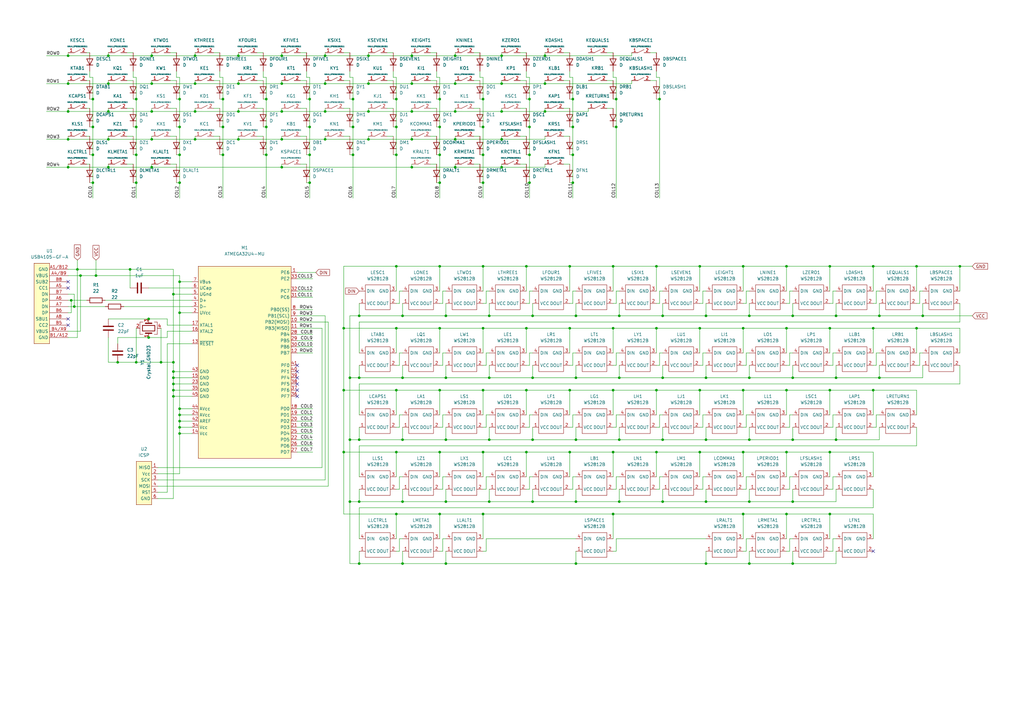
<source format=kicad_sch>
(kicad_sch (version 20211123) (generator eeschema)
  (paper "A3")
  (title_block (title "USBKB 60%"))
  (junction (at 215.9 160.02))
  (junction (at 165.1 231.14))
  (junction (at 62.23 34.29))
  (junction (at 38.1 63.5))
  (junction (at 200.66 129.54))
  (junction (at 80.01 45.72))
  (junction (at 322.58 134.62))
  (junction (at 215.9 185.42))
  (junction (at 251.46 210.82))
  (junction (at 71.12 152.4))
  (junction (at 38.1 52.07))
  (junction (at 62.23 57.15))
  (junction (at 140.97 160.02))
  (junction (at 109.22 40.64))
  (junction (at 180.34 40.64))
  (junction (at 91.44 63.5))
  (junction (at 223.52 22.86))
  (junction (at 80.01 22.86))
  (junction (at 251.46 185.42))
  (junction (at 147.32 231.14))
  (junction (at 304.8 210.82))
  (junction (at 71.12 162.56))
  (junction (at 133.35 45.72))
  (junction (at 233.68 109.22))
  (junction (at 304.8 134.62))
  (junction (at 180.34 134.62))
  (junction (at 55.88 63.5))
  (junction (at 180.34 52.07))
  (junction (at 358.14 109.22))
  (junction (at 271.78 154.94))
  (junction (at 109.22 63.5))
  (junction (at 322.58 109.22))
  (junction (at 287.02 109.22))
  (junction (at 269.24 185.42))
  (junction (at 198.12 185.42))
  (junction (at 186.69 57.15))
  (junction (at 151.13 57.15))
  (junction (at 55.88 148.59))
  (junction (at 182.88 205.74))
  (junction (at 215.9 109.22))
  (junction (at 38.1 40.64))
  (junction (at 254 129.54))
  (junction (at 342.9 129.54))
  (junction (at 360.68 129.54))
  (junction (at 73.66 52.07))
  (junction (at 269.24 109.22))
  (junction (at 186.69 22.86))
  (junction (at 168.91 57.15))
  (junction (at 60.96 130.81))
  (junction (at 180.34 63.5))
  (junction (at 147.32 129.54))
  (junction (at 180.34 74.93))
  (junction (at 378.46 129.54))
  (junction (at 218.44 129.54))
  (junction (at 217.17 74.93))
  (junction (at 115.57 68.58))
  (junction (at 180.34 210.82))
  (junction (at 198.12 160.02))
  (junction (at 186.69 45.72))
  (junction (at 393.7 109.22))
  (junction (at 254 205.74))
  (junction (at 233.68 160.02))
  (junction (at 165.1 129.54))
  (junction (at 91.44 52.07))
  (junction (at 162.56 109.22))
  (junction (at 252.73 40.64))
  (junction (at 71.12 148.59))
  (junction (at 251.46 109.22))
  (junction (at 144.78 52.07))
  (junction (at 200.66 154.94))
  (junction (at 168.91 68.58))
  (junction (at 182.88 180.34))
  (junction (at 198.12 74.93))
  (junction (at 325.12 154.94))
  (junction (at 234.95 40.64))
  (junction (at 97.79 34.29))
  (junction (at 205.74 45.72))
  (junction (at 30.48 125.73))
  (junction (at 217.17 40.64))
  (junction (at 254 180.34))
  (junction (at 304.8 185.42))
  (junction (at 168.91 34.29))
  (junction (at 340.36 134.62))
  (junction (at 325.12 231.14))
  (junction (at 33.02 113.03))
  (junction (at 271.78 129.54))
  (junction (at 200.66 180.34))
  (junction (at 62.23 68.58))
  (junction (at 205.74 68.58))
  (junction (at 304.8 160.02))
  (junction (at 140.97 134.62))
  (junction (at 44.45 68.58))
  (junction (at 73.66 170.18))
  (junction (at 236.22 205.74))
  (junction (at 71.12 157.48))
  (junction (at 182.88 129.54))
  (junction (at 27.94 34.29))
  (junction (at 127 63.5))
  (junction (at 62.23 45.72))
  (junction (at 71.12 160.02))
  (junction (at 340.36 160.02))
  (junction (at 97.79 57.15))
  (junction (at 133.35 57.15))
  (junction (at 144.78 63.5))
  (junction (at 80.01 57.15))
  (junction (at 180.34 160.02))
  (junction (at 73.66 74.93))
  (junction (at 162.56 63.5))
  (junction (at 144.78 40.64))
  (junction (at 198.12 134.62))
  (junction (at 73.66 177.8))
  (junction (at 198.12 40.64))
  (junction (at 73.66 115.57))
  (junction (at 71.12 120.65))
  (junction (at 289.56 129.54))
  (junction (at 269.24 134.62))
  (junction (at 73.66 128.27))
  (junction (at 162.56 52.07))
  (junction (at 147.32 154.94))
  (junction (at 223.52 34.29))
  (junction (at 44.45 22.86))
  (junction (at 44.45 57.15))
  (junction (at 115.57 57.15))
  (junction (at 73.66 175.26))
  (junction (at 217.17 63.5))
  (junction (at 325.12 180.34))
  (junction (at 307.34 129.54))
  (junction (at 236.22 180.34))
  (junction (at 205.74 57.15))
  (junction (at 151.13 22.86))
  (junction (at 198.12 63.5))
  (junction (at 307.34 180.34))
  (junction (at 234.95 52.07))
  (junction (at 205.74 22.86))
  (junction (at 143.51 180.34))
  (junction (at 27.94 22.86))
  (junction (at 53.34 110.49))
  (junction (at 168.91 45.72))
  (junction (at 73.66 167.64))
  (junction (at 198.12 109.22))
  (junction (at 234.95 74.93))
  (junction (at 322.58 160.02))
  (junction (at 217.17 52.07))
  (junction (at 162.56 160.02))
  (junction (at 236.22 154.94))
  (junction (at 162.56 185.42))
  (junction (at 322.58 210.82))
  (junction (at 271.78 180.34))
  (junction (at 151.13 34.29))
  (junction (at 162.56 40.64))
  (junction (at 307.34 154.94))
  (junction (at 251.46 134.62))
  (junction (at 198.12 52.07))
  (junction (at 218.44 205.74))
  (junction (at 358.14 160.02))
  (junction (at 205.74 34.29))
  (junction (at 115.57 45.72))
  (junction (at 168.91 22.86))
  (junction (at 127 52.07))
  (junction (at 289.56 180.34))
  (junction (at 215.9 134.62))
  (junction (at 307.34 231.14))
  (junction (at 27.94 45.72))
  (junction (at 165.1 154.94))
  (junction (at 251.46 160.02))
  (junction (at 162.56 210.82))
  (junction (at 31.75 110.49))
  (junction (at 234.95 63.5))
  (junction (at 287.02 160.02))
  (junction (at 198.12 210.82))
  (junction (at 289.56 154.94))
  (junction (at 287.02 185.42))
  (junction (at 233.68 185.42))
  (junction (at 147.32 205.74))
  (junction (at 182.88 154.94))
  (junction (at 358.14 134.62))
  (junction (at 127 40.64))
  (junction (at 307.34 205.74))
  (junction (at 223.52 45.72))
  (junction (at 270.51 40.64))
  (junction (at 182.88 231.14))
  (junction (at 143.51 154.94))
  (junction (at 186.69 34.29))
  (junction (at 165.1 205.74))
  (junction (at 289.56 231.14))
  (junction (at 55.88 52.07))
  (junction (at 180.34 185.42))
  (junction (at 109.22 52.07))
  (junction (at 29.21 123.19))
  (junction (at 233.68 134.62))
  (junction (at 269.24 160.02))
  (junction (at 342.9 180.34))
  (junction (at 254 154.94))
  (junction (at 162.56 134.62))
  (junction (at 325.12 129.54))
  (junction (at 322.58 185.42))
  (junction (at 27.94 57.15))
  (junction (at 151.13 45.72))
  (junction (at 127 74.93))
  (junction (at 66.04 148.59))
  (junction (at 115.57 22.86))
  (junction (at 44.45 45.72))
  (junction (at 340.36 109.22))
  (junction (at 97.79 45.72))
  (junction (at 44.45 34.29))
  (junction (at 73.66 40.64))
  (junction (at 271.78 205.74))
  (junction (at 62.23 22.86))
  (junction (at 375.92 109.22))
  (junction (at 186.69 68.58))
  (junction (at 342.9 154.94))
  (junction (at 287.02 134.62))
  (junction (at 60.96 138.43))
  (junction (at 147.32 180.34))
  (junction (at 71.12 154.94))
  (junction (at 252.73 52.07))
  (junction (at 97.79 22.86))
  (junction (at 236.22 231.14))
  (junction (at 80.01 34.29))
  (junction (at 39.37 113.03))
  (junction (at 48.26 148.59))
  (junction (at 340.36 210.82))
  (junction (at 340.36 185.42))
  (junction (at 55.88 40.64))
  (junction (at 140.97 185.42))
  (junction (at 180.34 109.22))
  (junction (at 360.68 154.94))
  (junction (at 375.92 134.62))
  (junction (at 289.56 205.74))
  (junction (at 143.51 205.74))
  (junction (at 115.57 34.29))
  (junction (at 325.12 205.74))
  (junction (at 133.35 34.29))
  (junction (at 133.35 22.86))
  (junction (at 165.1 180.34))
  (junction (at 200.66 205.74))
  (junction (at 218.44 180.34))
  (junction (at 27.94 68.58))
  (junction (at 304.8 109.22))
  (junction (at 218.44 154.94))
  (junction (at 73.66 172.72))
  (junction (at 55.88 74.93))
  (junction (at 91.44 40.64))
  (junction (at 236.22 129.54))
  (junction (at 73.66 63.5))
  (junction (at 38.1 74.93))
  (no_connect (at 121.92 162.56))
  (no_connect (at 121.92 149.86))
  (no_connect (at 121.92 152.4))
  (no_connect (at 121.92 160.02))
  (no_connect (at 121.92 157.48))
  (no_connect (at 121.92 154.94))
  (no_connect (at 358.14 226.06))
  (no_connect (at 27.94 115.57))
  (no_connect (at 27.94 118.11))
  (no_connect (at 27.94 130.81))
  (no_connect (at 27.94 133.35))
  (wire (pts (xy 121.92 114.3) (xy 128.27 114.3)))
  (wire (pts (xy 115.57 68.58) (xy 168.91 68.58)))
  (wire (pts (xy 121.92 142.24) (xy 128.27 142.24)))
  (wire (pts (xy 62.23 22.86) (xy 80.01 22.86)))
  (wire (pts (xy 71.12 110.49) (xy 71.12 120.65)))
  (wire (pts (xy 251.46 160.02) (xy 269.24 160.02)))
  (wire (pts (xy 48.26 148.59) (xy 55.88 148.59)))
  (wire (pts (xy 162.56 210.82) (xy 180.34 210.82)))
  (wire (pts (xy 233.68 52.07) (xy 234.95 52.07)))
  (wire (pts (xy 307.34 205.74) (xy 325.12 205.74)))
  (wire (pts (xy 162.56 40.64) (xy 162.56 52.07)))
  (wire (pts (xy 269.24 31.75) (xy 269.24 29.21)))
  (wire (pts (xy 73.66 63.5) (xy 73.66 74.93)))
  (wire (pts (xy 304.8 134.62) (xy 304.8 144.78)))
  (wire (pts (xy 234.95 195.58) (xy 236.22 195.58)))
  (wire (pts (xy 307.34 226.06) (xy 307.34 231.14)))
  (wire (pts (xy 147.32 231.14) (xy 165.1 231.14)))
  (wire (pts (xy 31.75 138.43) (xy 31.75 110.49)))
  (wire (pts (xy 269.24 134.62) (xy 287.02 134.62)))
  (wire (pts (xy 340.36 185.42) (xy 358.14 185.42)))
  (wire (pts (xy 73.66 128.27) (xy 73.66 167.64)))
  (wire (pts (xy 217.17 31.75) (xy 217.17 40.64)))
  (wire (pts (xy 231.14 21.59) (xy 233.68 21.59)))
  (wire (pts (xy 162.56 109.22) (xy 140.97 109.22)))
  (wire (pts (xy 36.83 44.45) (xy 35.56 44.45)))
  (wire (pts (xy 287.02 109.22) (xy 287.02 119.38)))
  (wire (pts (xy 269.24 124.46) (xy 270.51 124.46)))
  (wire (pts (xy 107.95 40.64) (xy 109.22 40.64)))
  (wire (pts (xy 307.34 149.86) (xy 307.34 154.94)))
  (wire (pts (xy 323.85 226.06) (xy 323.85 220.98)))
  (wire (pts (xy 234.95 63.5) (xy 234.95 74.93)))
  (wire (pts (xy 233.68 134.62) (xy 251.46 134.62)))
  (wire (pts (xy 340.36 160.02) (xy 340.36 170.18)))
  (wire (pts (xy 215.9 185.42) (xy 215.9 195.58)))
  (wire (pts (xy 80.01 55.88) (xy 80.01 57.15)))
  (wire (pts (xy 198.12 160.02) (xy 215.9 160.02)))
  (wire (pts (xy 322.58 124.46) (xy 323.85 124.46)))
  (wire (pts (xy 251.46 185.42) (xy 251.46 195.58)))
  (wire (pts (xy 165.1 200.66) (xy 165.1 205.74)))
  (wire (pts (xy 162.56 52.07) (xy 162.56 63.5)))
  (wire (pts (xy 55.88 74.93) (xy 55.88 81.28)))
  (wire (pts (xy 179.07 63.5) (xy 180.34 63.5)))
  (wire (pts (xy 304.8 185.42) (xy 322.58 185.42)))
  (wire (pts (xy 289.56 231.14) (xy 307.34 231.14)))
  (wire (pts (xy 165.1 175.26) (xy 165.1 180.34)))
  (wire (pts (xy 342.9 200.66) (xy 342.9 205.74)))
  (wire (pts (xy 199.39 144.78) (xy 200.66 144.78)))
  (wire (pts (xy 198.12 124.46) (xy 199.39 124.46)))
  (wire (pts (xy 163.83 200.66) (xy 163.83 195.58)))
  (wire (pts (xy 143.51 180.34) (xy 147.32 180.34)))
  (wire (pts (xy 36.83 63.5) (xy 38.1 63.5)))
  (wire (pts (xy 375.92 109.22) (xy 375.92 119.38)))
  (wire (pts (xy 163.83 175.26) (xy 163.83 170.18)))
  (wire (pts (xy 340.36 134.62) (xy 358.14 134.62)))
  (wire (pts (xy 182.88 175.26) (xy 182.88 180.34)))
  (wire (pts (xy 251.46 175.26) (xy 252.73 175.26)))
  (wire (pts (xy 233.68 185.42) (xy 251.46 185.42)))
  (wire (pts (xy 198.12 200.66) (xy 199.39 200.66)))
  (wire (pts (xy 168.91 22.86) (xy 168.91 21.59)))
  (wire (pts (xy 200.66 200.66) (xy 200.66 205.74)))
  (wire (pts (xy 168.91 34.29) (xy 168.91 33.02)))
  (wire (pts (xy 69.85 21.59) (xy 72.39 21.59)))
  (wire (pts (xy 143.51 180.34) (xy 143.51 205.74)))
  (wire (pts (xy 71.12 148.59) (xy 71.12 152.4)))
  (wire (pts (xy 215.9 31.75) (xy 217.17 31.75)))
  (wire (pts (xy 78.74 120.65) (xy 71.12 120.65)))
  (wire (pts (xy 180.34 109.22) (xy 180.34 119.38)))
  (wire (pts (xy 359.41 149.86) (xy 359.41 144.78)))
  (wire (pts (xy 306.07 144.78) (xy 307.34 144.78)))
  (wire (pts (xy 215.9 200.66) (xy 217.17 200.66)))
  (wire (pts (xy 151.13 44.45) (xy 151.13 45.72)))
  (wire (pts (xy 217.17 119.38) (xy 218.44 119.38)))
  (wire (pts (xy 72.39 31.75) (xy 72.39 29.21)))
  (wire (pts (xy 288.29 170.18) (xy 289.56 170.18)))
  (wire (pts (xy 133.35 22.86) (xy 151.13 22.86)))
  (wire (pts (xy 36.83 31.75) (xy 36.83 29.21)))
  (wire (pts (xy 248.92 44.45) (xy 251.46 44.45)))
  (wire (pts (xy 186.69 21.59) (xy 186.69 22.86)))
  (wire (pts (xy 325.12 124.46) (xy 325.12 129.54)))
  (wire (pts (xy 251.46 31.75) (xy 252.73 31.75)))
  (wire (pts (xy 270.51 119.38) (xy 271.78 119.38)))
  (wire (pts (xy 19.05 34.29) (xy 27.94 34.29)))
  (wire (pts (xy 340.36 109.22) (xy 340.36 119.38)))
  (wire (pts (xy 217.17 74.93) (xy 217.17 81.28)))
  (wire (pts (xy 97.79 34.29) (xy 115.57 34.29)))
  (wire (pts (xy 162.56 109.22) (xy 180.34 109.22)))
  (wire (pts (xy 133.35 34.29) (xy 151.13 34.29)))
  (wire (pts (xy 341.63 144.78) (xy 342.9 144.78)))
  (wire (pts (xy 304.8 210.82) (xy 322.58 210.82)))
  (wire (pts (xy 360.68 149.86) (xy 360.68 154.94)))
  (wire (pts (xy 236.22 149.86) (xy 236.22 154.94)))
  (wire (pts (xy 289.56 124.46) (xy 289.56 129.54)))
  (wire (pts (xy 325.12 154.94) (xy 342.9 154.94)))
  (wire (pts (xy 143.51 52.07) (xy 144.78 52.07)))
  (wire (pts (xy 213.36 21.59) (xy 215.9 21.59)))
  (wire (pts (xy 270.51 170.18) (xy 271.78 170.18)))
  (wire (pts (xy 140.97 55.88) (xy 143.51 55.88)))
  (wire (pts (xy 162.56 226.06) (xy 163.83 226.06)))
  (wire (pts (xy 19.05 68.58) (xy 27.94 68.58)))
  (wire (pts (xy 306.07 226.06) (xy 306.07 220.98)))
  (wire (pts (xy 218.44 205.74) (xy 236.22 205.74)))
  (wire (pts (xy 199.39 124.46) (xy 199.39 119.38)))
  (wire (pts (xy 143.51 129.54) (xy 143.51 154.94)))
  (wire (pts (xy 236.22 200.66) (xy 236.22 205.74)))
  (wire (pts (xy 287.02 124.46) (xy 288.29 124.46)))
  (wire (pts (xy 107.95 63.5) (xy 109.22 63.5)))
  (wire (pts (xy 36.83 21.59) (xy 35.56 21.59)))
  (wire (pts (xy 71.12 162.56) (xy 78.74 162.56)))
  (wire (pts (xy 377.19 144.78) (xy 378.46 144.78)))
  (wire (pts (xy 234.95 175.26) (xy 234.95 170.18)))
  (wire (pts (xy 218.44 180.34) (xy 236.22 180.34)))
  (wire (pts (xy 198.12 40.64) (xy 198.12 52.07)))
  (wire (pts (xy 123.19 67.31) (xy 125.73 67.31)))
  (wire (pts (xy 66.04 134.62) (xy 66.04 148.59)))
  (wire (pts (xy 176.53 67.31) (xy 179.07 67.31)))
  (wire (pts (xy 217.17 144.78) (xy 218.44 144.78)))
  (wire (pts (xy 251.46 109.22) (xy 269.24 109.22)))
  (wire (pts (xy 270.51 175.26) (xy 270.51 170.18)))
  (wire (pts (xy 121.92 182.88) (xy 128.27 182.88)))
  (wire (pts (xy 27.94 45.72) (xy 27.94 44.45)))
  (wire (pts (xy 27.94 45.72) (xy 44.45 45.72)))
  (wire (pts (xy 54.61 67.31) (xy 52.07 67.31)))
  (wire (pts (xy 140.97 160.02) (xy 162.56 160.02)))
  (wire (pts (xy 186.69 57.15) (xy 205.74 57.15)))
  (wire (pts (xy 78.74 167.64) (xy 73.66 167.64)))
  (wire (pts (xy 223.52 22.86) (xy 259.08 22.86)))
  (wire (pts (xy 236.22 129.54) (xy 254 129.54)))
  (wire (pts (xy 44.45 34.29) (xy 62.23 34.29)))
  (wire (pts (xy 72.39 63.5) (xy 73.66 63.5)))
  (wire (pts (xy 322.58 175.26) (xy 323.85 175.26)))
  (wire (pts (xy 359.41 124.46) (xy 359.41 119.38)))
  (wire (pts (xy 121.92 175.26) (xy 128.27 175.26)))
  (wire (pts (xy 144.78 31.75) (xy 144.78 40.64)))
  (wire (pts (xy 186.69 55.88) (xy 186.69 57.15)))
  (wire (pts (xy 181.61 226.06) (xy 181.61 220.98)))
  (wire (pts (xy 186.69 34.29) (xy 205.74 34.29)))
  (wire (pts (xy 180.34 124.46) (xy 181.61 124.46)))
  (wire (pts (xy 270.51 195.58) (xy 271.78 195.58)))
  (wire (pts (xy 115.57 34.29) (xy 133.35 34.29)))
  (wire (pts (xy 252.73 149.86) (xy 252.73 144.78)))
  (wire (pts (xy 194.31 33.02) (xy 196.85 33.02)))
  (wire (pts (xy 143.51 205.74) (xy 147.32 205.74)))
  (wire (pts (xy 233.68 31.75) (xy 234.95 31.75)))
  (wire (pts (xy 163.83 170.18) (xy 165.1 170.18)))
  (wire (pts (xy 147.32 124.46) (xy 147.32 129.54)))
  (wire (pts (xy 304.8 200.66) (xy 306.07 200.66)))
  (wire (pts (xy 121.92 129.54) (xy 133.35 129.54)))
  (wire (pts (xy 151.13 45.72) (xy 168.91 45.72)))
  (wire (pts (xy 375.92 149.86) (xy 377.19 149.86)))
  (wire (pts (xy 375.92 160.02) (xy 375.92 170.18)))
  (wire (pts (xy 72.39 31.75) (xy 73.66 31.75)))
  (wire (pts (xy 198.12 160.02) (xy 198.12 170.18)))
  (wire (pts (xy 340.36 210.82) (xy 358.14 210.82)))
  (wire (pts (xy 115.57 57.15) (xy 133.35 57.15)))
  (wire (pts (xy 180.34 185.42) (xy 198.12 185.42)))
  (wire (pts (xy 307.34 231.14) (xy 325.12 231.14)))
  (wire (pts (xy 180.34 226.06) (xy 181.61 226.06)))
  (wire (pts (xy 125.73 31.75) (xy 127 31.75)))
  (wire (pts (xy 27.94 57.15) (xy 27.94 55.88)))
  (wire (pts (xy 205.74 57.15) (xy 223.52 57.15)))
  (wire (pts (xy 252.73 175.26) (xy 252.73 170.18)))
  (wire (pts (xy 200.66 129.54) (xy 218.44 129.54)))
  (wire (pts (xy 133.35 44.45) (xy 133.35 45.72)))
  (wire (pts (xy 266.7 33.02) (xy 269.24 33.02)))
  (wire (pts (xy 375.92 124.46) (xy 377.19 124.46)))
  (wire (pts (xy 62.23 34.29) (xy 80.01 34.29)))
  (wire (pts (xy 80.01 22.86) (xy 97.79 22.86)))
  (wire (pts (xy 64.77 196.85) (xy 133.35 196.85)))
  (wire (pts (xy 143.51 63.5) (xy 144.78 63.5)))
  (wire (pts (xy 36.83 74.93) (xy 38.1 74.93)))
  (wire (pts (xy 71.12 154.94) (xy 71.12 157.48)))
  (wire (pts (xy 29.21 128.27) (xy 29.21 123.19)))
  (wire (pts (xy 270.51 124.46) (xy 270.51 119.38)))
  (wire (pts (xy 359.41 119.38) (xy 360.68 119.38)))
  (wire (pts (xy 97.79 34.29) (xy 97.79 33.02)))
  (wire (pts (xy 38.1 63.5) (xy 38.1 74.93)))
  (wire (pts (xy 48.26 138.43) (xy 48.26 140.97)))
  (wire (pts (xy 223.52 33.02) (xy 223.52 34.29)))
  (wire (pts (xy 27.94 22.86) (xy 44.45 22.86)))
  (wire (pts (xy 289.56 180.34) (xy 307.34 180.34)))
  (wire (pts (xy 162.56 134.62) (xy 180.34 134.62)))
  (wire (pts (xy 147.32 200.66) (xy 147.32 205.74)))
  (wire (pts (xy 91.44 31.75) (xy 91.44 40.64)))
  (wire (pts (xy 223.52 44.45) (xy 223.52 45.72)))
  (wire (pts (xy 179.07 31.75) (xy 179.07 29.21)))
  (wire (pts (xy 180.34 160.02) (xy 198.12 160.02)))
  (wire (pts (xy 55.88 148.59) (xy 66.04 148.59)))
  (wire (pts (xy 269.24 134.62) (xy 269.24 144.78)))
  (wire (pts (xy 199.39 170.18) (xy 200.66 170.18)))
  (wire (pts (xy 151.13 33.02) (xy 151.13 34.29)))
  (wire (pts (xy 323.85 200.66) (xy 323.85 195.58)))
  (wire (pts (xy 215.9 109.22) (xy 215.9 119.38)))
  (wire (pts (xy 121.92 127) (xy 128.27 127)))
  (wire (pts (xy 87.63 33.02) (xy 90.17 33.02)))
  (wire (pts (xy 186.69 45.72) (xy 205.74 45.72)))
  (wire (pts (xy 55.88 31.75) (xy 55.88 40.64)))
  (wire (pts (xy 121.92 185.42) (xy 128.27 185.42)))
  (wire (pts (xy 129.54 111.76) (xy 121.92 111.76)))
  (wire (pts (xy 358.14 134.62) (xy 358.14 144.78)))
  (wire (pts (xy 180.34 210.82) (xy 180.34 220.98)))
  (wire (pts (xy 251.46 40.64) (xy 252.73 40.64)))
  (wire (pts (xy 68.58 135.89) (xy 78.74 135.89)))
  (wire (pts (xy 194.31 21.59) (xy 196.85 21.59)))
  (wire (pts (xy 198.12 52.07) (xy 198.12 63.5)))
  (wire (pts (xy 121.92 180.34) (xy 128.27 180.34)))
  (wire (pts (xy 123.19 55.88) (xy 125.73 55.88)))
  (wire (pts (xy 270.51 31.75) (xy 270.51 40.64)))
  (wire (pts (xy 78.74 170.18) (xy 73.66 170.18)))
  (wire (pts (xy 182.88 226.06) (xy 182.88 231.14)))
  (wire (pts (xy 163.83 195.58) (xy 165.1 195.58)))
  (wire (pts (xy 71.12 160.02) (xy 71.12 162.56)))
  (wire (pts (xy 68.58 201.93) (xy 64.77 201.93)))
  (wire (pts (xy 200.66 175.26) (xy 200.66 180.34)))
  (wire (pts (xy 234.95 52.07) (xy 234.95 63.5)))
  (wire (pts (xy 200.66 205.74) (xy 218.44 205.74)))
  (wire (pts (xy 200.66 154.94) (xy 218.44 154.94)))
  (wire (pts (xy 271.78 175.26) (xy 271.78 180.34)))
  (wire (pts (xy 325.12 231.14) (xy 342.9 231.14)))
  (wire (pts (xy 340.36 109.22) (xy 358.14 109.22)))
  (wire (pts (xy 162.56 160.02) (xy 180.34 160.02)))
  (wire (pts (xy 151.13 34.29) (xy 168.91 34.29)))
  (wire (pts (xy 215.9 63.5) (xy 217.17 63.5)))
  (wire (pts (xy 342.9 124.46) (xy 342.9 129.54)))
  (wire (pts (xy 234.95 149.86) (xy 234.95 144.78)))
  (wire (pts (xy 198.12 134.62) (xy 215.9 134.62)))
  (wire (pts (xy 358.14 175.26) (xy 359.41 175.26)))
  (wire (pts (xy 30.48 125.73) (xy 43.18 125.73)))
  (wire (pts (xy 162.56 185.42) (xy 180.34 185.42)))
  (wire (pts (xy 269.24 31.75) (xy 270.51 31.75)))
  (wire (pts (xy 325.12 180.34) (xy 342.9 180.34)))
  (wire (pts (xy 181.61 119.38) (xy 182.88 119.38)))
  (wire (pts (xy 143.51 154.94) (xy 147.32 154.94)))
  (wire (pts (xy 123.19 44.45) (xy 125.73 44.45)))
  (wire (pts (xy 198.12 210.82) (xy 251.46 210.82)))
  (wire (pts (xy 179.07 74.93) (xy 180.34 74.93)))
  (wire (pts (xy 87.63 21.59) (xy 90.17 21.59)))
  (wire (pts (xy 236.22 226.06) (xy 236.22 231.14)))
  (wire (pts (xy 69.85 44.45) (xy 72.39 44.45)))
  (wire (pts (xy 205.74 34.29) (xy 205.74 33.02)))
  (wire (pts (xy 107.95 31.75) (xy 109.22 31.75)))
  (wire (pts (xy 168.91 22.86) (xy 186.69 22.86)))
  (wire (pts (xy 269.24 149.86) (xy 270.51 149.86)))
  (wire (pts (xy 133.35 45.72) (xy 151.13 45.72)))
  (wire (pts (xy 29.21 123.19) (xy 35.56 123.19)))
  (wire (pts (xy 199.39 195.58) (xy 200.66 195.58)))
  (wire (pts (xy 205.74 22.86) (xy 205.74 21.59)))
  (wire (pts (xy 115.57 55.88) (xy 115.57 57.15)))
  (wire (pts (xy 73.66 128.27) (xy 78.74 128.27)))
  (wire (pts (xy 322.58 160.02) (xy 322.58 170.18)))
  (wire (pts (xy 186.69 67.31) (xy 186.69 68.58)))
  (wire (pts (xy 36.83 67.31) (xy 35.56 67.31)))
  (wire (pts (xy 234.95 124.46) (xy 234.95 119.38)))
  (wire (pts (xy 270.51 40.64) (xy 270.51 81.28)))
  (wire (pts (xy 90.17 40.64) (xy 91.44 40.64)))
  (wire (pts (xy 109.22 40.64) (xy 109.22 52.07)))
  (wire (pts (xy 71.12 157.48) (xy 78.74 157.48)))
  (wire (pts (xy 121.92 170.18) (xy 128.27 170.18)))
  (wire (pts (xy 322.58 185.42) (xy 340.36 185.42)))
  (wire (pts (xy 27.94 113.03) (xy 33.02 113.03)))
  (wire (pts (xy 323.85 175.26) (xy 323.85 170.18)))
  (wire (pts (xy 304.8 134.62) (xy 322.58 134.62)))
  (wire (pts (xy 161.29 63.5) (xy 162.56 63.5)))
  (wire (pts (xy 251.46 210.82) (xy 304.8 210.82)))
  (wire (pts (xy 181.61 144.78) (xy 182.88 144.78)))
  (wire (pts (xy 132.08 191.77) (xy 132.08 134.62)))
  (wire (pts (xy 163.83 124.46) (xy 163.83 119.38)))
  (wire (pts (xy 73.66 52.07) (xy 73.66 63.5)))
  (wire (pts (xy 287.02 160.02) (xy 304.8 160.02)))
  (wire (pts (xy 73.66 172.72) (xy 73.66 170.18)))
  (wire (pts (xy 36.83 33.02) (xy 35.56 33.02)))
  (wire (pts (xy 30.48 120.65) (xy 27.94 120.65)))
  (wire (pts (xy 323.85 144.78) (xy 325.12 144.78)))
  (wire (pts (xy 375.92 175.26) (xy 375.92 182.88)))
  (wire (pts (xy 269.24 200.66) (xy 270.51 200.66)))
  (wire (pts (xy 53.34 110.49) (xy 71.12 110.49)))
  (wire (pts (xy 109.22 52.07) (xy 109.22 63.5)))
  (wire (pts (xy 163.83 149.86) (xy 163.83 144.78)))
  (wire (pts (xy 180.34 210.82) (xy 198.12 210.82)))
  (wire (pts (xy 62.23 57.15) (xy 80.01 57.15)))
  (wire (pts (xy 248.92 21.59) (xy 251.46 21.59)))
  (wire (pts (xy 251.46 185.42) (xy 269.24 185.42)))
  (wire (pts (xy 251.46 31.75) (xy 251.46 29.21)))
  (wire (pts (xy 27.94 57.15) (xy 44.45 57.15)))
  (wire (pts (xy 205.74 22.86) (xy 223.52 22.86)))
  (wire (pts (xy 168.91 45.72) (xy 168.91 44.45)))
  (wire (pts (xy 289.56 154.94) (xy 307.34 154.94)))
  (wire (pts (xy 375.92 134.62) (xy 393.7 134.62)))
  (wire (pts (xy 97.79 57.15) (xy 97.79 55.88)))
  (wire (pts (xy 36.83 40.64) (xy 38.1 40.64)))
  (wire (pts (xy 115.57 44.45) (xy 115.57 45.72)))
  (wire (pts (xy 163.83 220.98) (xy 165.1 220.98)))
  (wire (pts (xy 215.9 109.22) (xy 233.68 109.22)))
  (wire (pts (xy 140.97 33.02) (xy 143.51 33.02)))
  (wire (pts (xy 289.56 200.66) (xy 289.56 205.74)))
  (wire (pts (xy 213.36 33.02) (xy 215.9 33.02)))
  (wire (pts (xy 68.58 140.97) (xy 68.58 201.93)))
  (wire (pts (xy 306.07 149.86) (xy 306.07 144.78)))
  (wire (pts (xy 147.32 208.28) (xy 147.32 220.98)))
  (wire (pts (xy 181.61 124.46) (xy 181.61 119.38)))
  (wire (pts (xy 304.8 160.02) (xy 304.8 170.18)))
  (wire (pts (xy 199.39 220.98) (xy 236.22 220.98)))
  (wire (pts (xy 31.75 110.49) (xy 53.34 110.49)))
  (wire (pts (xy 62.23 68.58) (xy 115.57 68.58)))
  (wire (pts (xy 236.22 154.94) (xy 254 154.94)))
  (wire (pts (xy 234.95 74.93) (xy 234.95 81.28)))
  (wire (pts (xy 69.85 67.31) (xy 72.39 67.31)))
  (wire (pts (xy 162.56 109.22) (xy 162.56 119.38)))
  (wire (pts (xy 223.52 45.72) (xy 241.3 45.72)))
  (wire (pts (xy 251.46 200.66) (xy 252.73 200.66)))
  (wire (pts (xy 217.17 200.66) (xy 217.17 195.58)))
  (wire (pts (xy 375.92 134.62) (xy 375.92 144.78)))
  (wire (pts (xy 140.97 21.59) (xy 143.51 21.59)))
  (wire (pts (xy 38.1 52.07) (xy 38.1 63.5)))
  (wire (pts (xy 105.41 55.88) (xy 107.95 55.88)))
  (wire (pts (xy 215.9 124.46) (xy 217.17 124.46)))
  (wire (pts (xy 165.1 231.14) (xy 182.88 231.14)))
  (wire (pts (xy 378.46 129.54) (xy 398.78 129.54)))
  (wire (pts (xy 213.36 44.45) (xy 215.9 44.45)))
  (wire (pts (xy 78.74 115.57) (xy 73.66 115.57)))
  (wire (pts (xy 73.66 175.26) (xy 78.74 175.26)))
  (wire (pts (xy 180.34 63.5) (xy 180.34 74.93)))
  (wire (pts (xy 341.63 124.46) (xy 341.63 119.38)))
  (wire (pts (xy 78.74 133.35) (xy 68.58 133.35)))
  (wire (pts (xy 54.61 63.5) (xy 55.88 63.5)))
  (wire (pts (xy 55.88 40.64) (xy 55.88 52.07)))
  (wire (pts (xy 223.52 55.88) (xy 223.52 57.15)))
  (wire (pts (xy 342.9 226.06) (xy 342.9 231.14)))
  (wire (pts (xy 134.62 132.08) (xy 134.62 199.39)))
  (wire (pts (xy 44.45 45.72) (xy 62.23 45.72)))
  (wire (pts (xy 287.02 185.42) (xy 287.02 195.58)))
  (wire (pts (xy 341.63 170.18) (xy 342.9 170.18)))
  (wire (pts (xy 127 74.93) (xy 127 81.28)))
  (wire (pts (xy 252.73 144.78) (xy 254 144.78)))
  (wire (pts (xy 127 52.07) (xy 127 63.5)))
  (wire (pts (xy 54.61 31.75) (xy 55.88 31.75)))
  (wire (pts (xy 359.41 170.18) (xy 360.68 170.18)))
  (wire (pts (xy 271.78 129.54) (xy 289.56 129.54)))
  (wire (pts (xy 80.01 44.45) (xy 80.01 45.72)))
  (wire (pts (xy 165.1 226.06) (xy 165.1 231.14)))
  (wire (pts (xy 205.74 57.15) (xy 205.74 55.88)))
  (wire (pts (xy 341.63 200.66) (xy 341.63 195.58)))
  (wire (pts (xy 198.12 109.22) (xy 215.9 109.22)))
  (wire (pts (xy 199.39 226.06) (xy 199.39 220.98)))
  (wire (pts (xy 251.46 134.62) (xy 269.24 134.62)))
  (wire (pts (xy 358.14 109.22) (xy 375.92 109.22)))
  (wire (pts (xy 358.14 200.66) (xy 358.14 208.28)))
  (wire (pts (xy 340.36 160.02) (xy 358.14 160.02)))
  (wire (pts (xy 233.68 109.22) (xy 233.68 119.38)))
  (wire (pts (xy 73.66 177.8) (xy 73.66 194.31)))
  (wire (pts (xy 359.41 175.26) (xy 359.41 170.18)))
  (wire (pts (xy 44.45 22.86) (xy 62.23 22.86)))
  (wire (pts (xy 254 180.34) (xy 271.78 180.34)))
  (wire (pts (xy 162.56 149.86) (xy 163.83 149.86)))
  (wire (pts (xy 231.14 44.45) (xy 233.68 44.45)))
  (wire (pts (xy 196.85 31.75) (xy 196.85 29.21)))
  (wire (pts (xy 115.57 67.31) (xy 115.57 68.58)))
  (wire (pts (xy 163.83 226.06) (xy 163.83 220.98)))
  (wire (pts (xy 218.44 154.94) (xy 236.22 154.94)))
  (wire (pts (xy 127 40.64) (xy 127 52.07)))
  (wire (pts (xy 140.97 185.42) (xy 162.56 185.42)))
  (wire (pts (xy 342.9 154.94) (xy 360.68 154.94)))
  (wire (pts (xy 358.14 160.02) (xy 375.92 160.02)))
  (wire (pts (xy 254 205.74) (xy 271.78 205.74)))
  (wire (pts (xy 158.75 21.59) (xy 161.29 21.59)))
  (wire (pts (xy 340.36 134.62) (xy 340.36 144.78)))
  (wire (pts (xy 27.94 34.29) (xy 44.45 34.29)))
  (wire (pts (xy 168.91 68.58) (xy 186.69 68.58)))
  (wire (pts (xy 341.63 149.86) (xy 341.63 144.78)))
  (wire (pts (xy 121.92 119.38) (xy 128.27 119.38)))
  (wire (pts (xy 218.44 175.26) (xy 218.44 180.34)))
  (wire (pts (xy 342.9 149.86) (xy 342.9 154.94)))
  (wire (pts (xy 121.92 177.8) (xy 128.27 177.8)))
  (wire (pts (xy 198.12 109.22) (xy 198.12 119.38)))
  (wire (pts (xy 125.73 31.75) (xy 125.73 29.21)))
  (wire (pts (xy 97.79 45.72) (xy 115.57 45.72)))
  (wire (pts (xy 161.29 52.07) (xy 162.56 52.07)))
  (wire (pts (xy 147.32 154.94) (xy 165.1 154.94)))
  (wire (pts (xy 123.19 21.59) (xy 125.73 21.59)))
  (wire (pts (xy 194.31 55.88) (xy 196.85 55.88)))
  (wire (pts (xy 71.12 152.4) (xy 78.74 152.4)))
  (wire (pts (xy 198.12 210.82) (xy 198.12 220.98)))
  (wire (pts (xy 215.9 31.75) (xy 215.9 29.21)))
  (wire (pts (xy 393.7 157.48) (xy 147.32 157.48)))
  (wire (pts (xy 252.73 220.98) (xy 289.56 220.98)))
  (wire (pts (xy 54.61 44.45) (xy 52.07 44.45)))
  (wire (pts (xy 217.17 63.5) (xy 217.17 74.93)))
  (wire (pts (xy 165.1 149.86) (xy 165.1 154.94)))
  (wire (pts (xy 125.73 74.93) (xy 127 74.93)))
  (wire (pts (xy 44.45 130.81) (xy 60.96 130.81)))
  (wire (pts (xy 105.41 44.45) (xy 107.95 44.45)))
  (wire (pts (xy 322.58 210.82) (xy 322.58 220.98)))
  (wire (pts (xy 182.88 231.14) (xy 236.22 231.14)))
  (wire (pts (xy 287.02 200.66) (xy 288.29 200.66)))
  (wire (pts (xy 50.8 125.73) (xy 78.74 125.73)))
  (wire (pts (xy 140.97 185.42) (xy 140.97 210.82)))
  (wire (pts (xy 60.96 138.43) (xy 68.58 138.43)))
  (wire (pts (xy 269.24 185.42) (xy 287.02 185.42)))
  (wire (pts (xy 115.57 33.02) (xy 115.57 34.29)))
  (wire (pts (xy 121.92 144.78) (xy 128.27 144.78)))
  (wire (pts (xy 38.1 74.93) (xy 38.1 81.28)))
  (wire (pts (xy 323.85 124.46) (xy 323.85 119.38)))
  (wire (pts (xy 325.12 175.26) (xy 325.12 180.34)))
  (wire (pts (xy 304.8 226.06) (xy 306.07 226.06)))
  (wire (pts (xy 19.05 57.15) (xy 27.94 57.15)))
  (wire (pts (xy 36.83 55.88) (xy 35.56 55.88)))
  (wire (pts (xy 233.68 200.66) (xy 234.95 200.66)))
  (wire (pts (xy 73.66 172.72) (xy 73.66 175.26)))
  (wire (pts (xy 233.68 31.75) (xy 233.68 29.21)))
  (wire (pts (xy 217.17 124.46) (xy 217.17 119.38)))
  (wire (pts (xy 90.17 63.5) (xy 91.44 63.5)))
  (wire (pts (xy 307.34 180.34) (xy 325.12 180.34)))
  (wire (pts (xy 78.74 140.97) (xy 68.58 140.97)))
  (wire (pts (xy 218.44 124.46) (xy 218.44 129.54)))
  (wire (pts (xy 196.85 52.07) (xy 198.12 52.07)))
  (wire (pts (xy 287.02 185.42) (xy 304.8 185.42)))
  (wire (pts (xy 161.29 31.75) (xy 161.29 29.21)))
  (wire (pts (xy 97.79 45.72) (xy 97.79 44.45)))
  (wire (pts (xy 54.61 40.64) (xy 55.88 40.64)))
  (wire (pts (xy 251.46 109.22) (xy 251.46 119.38)))
  (wire (pts (xy 144.78 52.07) (xy 144.78 63.5)))
  (wire (pts (xy 27.94 125.73) (xy 30.48 125.73)))
  (wire (pts (xy 269.24 175.26) (xy 270.51 175.26)))
  (wire (pts (xy 248.92 33.02) (xy 251.46 33.02)))
  (wire (pts (xy 323.85 195.58) (xy 325.12 195.58)))
  (wire (pts (xy 179.07 31.75) (xy 180.34 31.75)))
  (wire (pts (xy 360.68 175.26) (xy 360.68 180.34)))
  (wire (pts (xy 340.36 185.42) (xy 340.36 195.58)))
  (wire (pts (xy 199.39 149.86) (xy 199.39 144.78)))
  (wire (pts (xy 64.77 194.31) (xy 73.66 194.31)))
  (wire (pts (xy 182.88 149.86) (xy 182.88 154.94)))
  (wire (pts (xy 215.9 160.02) (xy 233.68 160.02)))
  (wire (pts (xy 322.58 185.42) (xy 322.58 195.58)))
  (wire (pts (xy 393.7 109.22) (xy 398.78 109.22)))
  (wire (pts (xy 215.9 149.86) (xy 217.17 149.86)))
  (wire (pts (xy 198.12 185.42) (xy 198.12 195.58)))
  (wire (pts (xy 234.95 40.64) (xy 234.95 52.07)))
  (wire (pts (xy 288.29 119.38) (xy 289.56 119.38)))
  (wire (pts (xy 322.58 134.62) (xy 340.36 134.62)))
  (wire (pts (xy 251.46 160.02) (xy 251.46 170.18)))
  (wire (pts (xy 251.46 134.62) (xy 251.46 144.78)))
  (wire (pts (xy 304.8 160.02) (xy 322.58 160.02)))
  (wire (pts (xy 140.97 160.02) (xy 140.97 185.42)))
  (wire (pts (xy 217.17 175.26) (xy 217.17 170.18)))
  (wire (pts (xy 269.24 109.22) (xy 269.24 119.38)))
  (wire (pts (xy 162.56 200.66) (xy 163.83 200.66)))
  (wire (pts (xy 233.68 109.22) (xy 251.46 109.22)))
  (wire (pts (xy 342.9 175.26) (xy 342.9 180.34)))
  (wire (pts (xy 140.97 44.45) (xy 143.51 44.45)))
  (wire (pts (xy 234.95 31.75) (xy 234.95 40.64)))
  (wire (pts (xy 123.19 33.02) (xy 125.73 33.02)))
  (wire (pts (xy 91.44 63.5) (xy 91.44 81.28)))
  (wire (pts (xy 180.34 74.93) (xy 180.34 81.28)))
  (wire (pts (xy 125.73 52.07) (xy 127 52.07)))
  (wire (pts (xy 133.35 55.88) (xy 133.35 57.15)))
  (wire (pts (xy 342.9 180.34) (xy 360.68 180.34)))
  (wire (pts (xy 179.07 40.64) (xy 180.34 40.64)))
  (wire (pts (xy 80.01 57.15) (xy 97.79 57.15)))
  (wire (pts (xy 266.7 21.59) (xy 269.24 21.59)))
  (wire (pts (xy 180.34 40.64) (xy 180.34 52.07)))
  (wire (pts (xy 205.74 34.29) (xy 223.52 34.29)))
  (wire (pts (xy 252.73 170.18) (xy 254 170.18)))
  (wire (pts (xy 60.96 138.43) (xy 48.26 138.43)))
  (wire (pts (xy 181.61 220.98) (xy 182.88 220.98)))
  (wire (pts (xy 162.56 175.26) (xy 163.83 175.26)))
  (wire (pts (xy 168.91 57.15) (xy 168.91 55.88)))
  (wire (pts (xy 80.01 33.02) (xy 80.01 34.29)))
  (wire (pts (xy 97.79 57.15) (xy 115.57 57.15)))
  (wire (pts (xy 251.46 210.82) (xy 251.46 220.98)))
  (wire (pts (xy 322.58 109.22) (xy 340.36 109.22)))
  (wire (pts (xy 109.22 31.75) (xy 109.22 40.64)))
  (wire (pts (xy 236.22 175.26) (xy 236.22 180.34)))
  (wire (pts (xy 271.78 149.86) (xy 271.78 154.94)))
  (wire (pts (xy 360.68 129.54) (xy 378.46 129.54)))
  (wire (pts (xy 234.95 170.18) (xy 236.22 170.18)))
  (wire (pts (xy 133.35 33.02) (xy 133.35 34.29)))
  (wire (pts (xy 217.17 195.58) (xy 218.44 195.58)))
  (wire (pts (xy 198.12 226.06) (xy 199.39 226.06)))
  (wire (pts (xy 163.83 119.38) (xy 165.1 119.38)))
  (wire (pts (xy 393.7 124.46) (xy 393.7 132.08)))
  (wire (pts (xy 217.17 149.86) (xy 217.17 144.78)))
  (wire (pts (xy 377.19 124.46) (xy 377.19 119.38)))
  (wire (pts (xy 304.8 109.22) (xy 322.58 109.22)))
  (wire (pts (xy 252.73 119.38) (xy 254 119.38)))
  (wire (pts (xy 162.56 210.82) (xy 140.97 210.82)))
  (wire (pts (xy 151.13 57.15) (xy 168.91 57.15)))
  (wire (pts (xy 181.61 175.26) (xy 181.61 170.18)))
  (wire (pts (xy 271.78 180.34) (xy 289.56 180.34)))
  (wire (pts (xy 198.12 185.42) (xy 215.9 185.42)))
  (wire (pts (xy 378.46 124.46) (xy 378.46 129.54)))
  (wire (pts (xy 340.36 175.26) (xy 341.63 175.26)))
  (wire (pts (xy 359.41 144.78) (xy 360.68 144.78)))
  (wire (pts (xy 269.24 160.02) (xy 287.02 160.02)))
  (wire (pts (xy 44.45 67.31) (xy 44.45 68.58)))
  (wire (pts (xy 30.48 125.73) (xy 30.48 120.65)))
  (wire (pts (xy 180.34 149.86) (xy 181.61 149.86)))
  (wire (pts (xy 270.51 149.86) (xy 270.51 144.78)))
  (wire (pts (xy 180.34 52.07) (xy 180.34 63.5)))
  (wire (pts (xy 72.39 74.93) (xy 73.66 74.93)))
  (wire (pts (xy 176.53 44.45) (xy 179.07 44.45)))
  (wire (pts (xy 307.34 175.26) (xy 307.34 180.34)))
  (wire (pts (xy 165.1 205.74) (xy 182.88 205.74)))
  (wire (pts (xy 143.51 154.94) (xy 143.51 180.34)))
  (wire (pts (xy 322.58 210.82) (xy 340.36 210.82)))
  (wire (pts (xy 53.34 110.49) (xy 53.34 118.11)))
  (wire (pts (xy 121.92 134.62) (xy 132.08 134.62)))
  (wire (pts (xy 254 129.54) (xy 271.78 129.54)))
  (wire (pts (xy 340.36 149.86) (xy 341.63 149.86)))
  (wire (pts (xy 306.07 200.66) (xy 306.07 195.58)))
  (wire (pts (xy 215.9 134.62) (xy 215.9 144.78)))
  (wire (pts (xy 115.57 22.86) (xy 133.35 22.86)))
  (wire (pts (xy 223.52 34.29) (xy 259.08 34.29)))
  (wire (pts (xy 180.34 175.26) (xy 181.61 175.26)))
  (wire (pts (xy 217.17 52.07) (xy 217.17 63.5)))
  (wire (pts (xy 64.77 191.77) (xy 132.08 191.77)))
  (wire (pts (xy 73.66 170.18) (xy 73.66 167.64)))
  (wire (pts (xy 233.68 63.5) (xy 234.95 63.5)))
  (wire (pts (xy 19.05 22.86) (xy 27.94 22.86)))
  (wire (pts (xy 360.68 124.46) (xy 360.68 129.54)))
  (wire (pts (xy 143.51 31.75) (xy 144.78 31.75)))
  (wire (pts (xy 121.92 139.7) (xy 128.27 139.7)))
  (wire (pts (xy 143.51 31.75) (xy 143.51 29.21)))
  (wire (pts (xy 180.34 109.22) (xy 198.12 109.22)))
  (wire (pts (xy 289.56 149.86) (xy 289.56 154.94)))
  (wire (pts (xy 162.56 124.46) (xy 163.83 124.46)))
  (wire (pts (xy 307.34 154.94) (xy 325.12 154.94)))
  (wire (pts (xy 306.07 175.26) (xy 306.07 170.18)))
  (wire (pts (xy 217.17 170.18) (xy 218.44 170.18)))
  (wire (pts (xy 55.88 134.62) (xy 55.88 148.59)))
  (wire (pts (xy 358.14 134.62) (xy 375.92 134.62)))
  (wire (pts (xy 125.73 63.5) (xy 127 63.5)))
  (wire (pts (xy 215.9 52.07) (xy 217.17 52.07)))
  (wire (pts (xy 307.34 200.66) (xy 307.34 205.74)))
  (wire (pts (xy 251.46 149.86) (xy 252.73 149.86)))
  (wire (pts (xy 52.07 55.88) (xy 54.61 55.88)))
  (wire (pts (xy 181.61 170.18) (xy 182.88 170.18)))
  (wire (pts (xy 62.23 22.86) (xy 62.23 21.59)))
  (wire (pts (xy 323.85 119.38) (xy 325.12 119.38)))
  (wire (pts (xy 181.61 149.86) (xy 181.61 144.78)))
  (wire (pts (xy 105.41 33.02) (xy 107.95 33.02)))
  (wire (pts (xy 161.29 31.75) (xy 162.56 31.75)))
  (wire (pts (xy 199.39 200.66) (xy 199.39 195.58)))
  (wire (pts (xy 162.56 31.75) (xy 162.56 40.64)))
  (wire (pts (xy 323.85 170.18) (xy 325.12 170.18)))
  (wire (pts (xy 72.39 52.07) (xy 73.66 52.07)))
  (wire (pts (xy 358.14 210.82) (xy 358.14 220.98)))
  (wire (pts (xy 87.63 55.88) (xy 90.17 55.88)))
  (wire (pts (xy 144.78 63.5) (xy 144.78 81.28)))
  (wire (pts (xy 340.36 124.46) (xy 341.63 124.46)))
  (wire (pts (xy 55.88 63.5) (xy 55.88 74.93)))
  (wire (pts (xy 182.88 180.34) (xy 200.66 180.34)))
  (wire (pts (xy 71.12 152.4) (xy 71.12 154.94)))
  (wire (pts (xy 218.44 200.66) (xy 218.44 205.74)))
  (wire (pts (xy 39.37 113.03) (xy 73.66 113.03)))
  (wire (pts (xy 252.73 226.06) (xy 252.73 220.98)))
  (wire (pts (xy 44.45 68.58) (xy 62.23 68.58)))
  (wire (pts (xy 234.95 144.78) (xy 236.22 144.78)))
  (wire (pts (xy 44.45 138.43) (xy 44.45 148.59)))
  (wire (pts (xy 358.14 208.28) (xy 147.32 208.28)))
  (wire (pts (xy 121.92 167.64) (xy 128.27 167.64)))
  (wire (pts (xy 62.23 45.72) (xy 80.01 45.72)))
  (wire (pts (xy 97.79 22.86) (xy 115.57 22.86)))
  (wire (pts (xy 176.53 33.02) (xy 179.07 33.02)))
  (wire (pts (xy 215.9 134.62) (xy 233.68 134.62)))
  (wire (pts (xy 231.14 67.31) (xy 233.68 67.31)))
  (wire (pts (xy 233.68 74.93) (xy 234.95 74.93)))
  (wire (pts (xy 140.97 109.22) (xy 140.97 134.62)))
  (wire (pts (xy 72.39 40.64) (xy 73.66 40.64)))
  (wire (pts (xy 147.32 175.26) (xy 147.32 180.34)))
  (wire (pts (xy 341.63 220.98) (xy 342.9 220.98)))
  (wire (pts (xy 215.9 74.93) (xy 217.17 74.93)))
  (wire (pts (xy 269.24 185.42) (xy 269.24 195.58)))
  (wire (pts (xy 27.94 34.29) (xy 27.94 33.02)))
  (wire (pts (xy 233.68 149.86) (xy 234.95 149.86)))
  (wire (pts (xy 270.51 144.78) (xy 271.78 144.78)))
  (wire (pts (xy 180.34 185.42) (xy 180.34 195.58)))
  (wire (pts (xy 182.88 129.54) (xy 200.66 129.54)))
  (wire (pts (xy 162.56 63.5) (xy 162.56 81.28)))
  (wire (pts (xy 62.23 45.72) (xy 62.23 44.45)))
  (wire (pts (xy 215.9 160.02) (xy 215.9 170.18)))
  (wire (pts (xy 19.05 45.72) (xy 27.94 45.72)))
  (wire (pts (xy 180.34 31.75) (xy 180.34 40.64)))
  (wire (pts (xy 73.66 74.93) (xy 73.66 81.28)))
  (wire (pts (xy 254 124.46) (xy 254 129.54)))
  (wire (pts (xy 80.01 34.29) (xy 97.79 34.29)))
  (wire (pts (xy 233.68 40.64) (xy 234.95 40.64)))
  (wire (pts (xy 287.02 109.22) (xy 304.8 109.22)))
  (wire (pts (xy 158.75 55.88) (xy 161.29 55.88)))
  (wire (pts (xy 393.7 132.08) (xy 147.32 132.08)))
  (wire (pts (xy 147.32 157.48) (xy 147.32 170.18)))
  (wire (pts (xy 33.02 113.03) (xy 33.02 135.89)))
  (wire (pts (xy 236.22 180.34) (xy 254 180.34)))
  (wire (pts (xy 180.34 134.62) (xy 180.34 144.78)))
  (wire (pts (xy 165.1 124.46) (xy 165.1 129.54)))
  (wire (pts (xy 288.29 200.66) (xy 288.29 195.58)))
  (wire (pts (xy 140.97 134.62) (xy 162.56 134.62)))
  (wire (pts (xy 162.56 160.02) (xy 162.56 170.18)))
  (wire (pts (xy 269.24 40.64) (xy 270.51 40.64)))
  (wire (pts (xy 62.23 68.58) (xy 62.23 67.31)))
  (wire (pts (xy 44.45 55.88) (xy 44.45 57.15)))
  (wire (pts (xy 223.52 67.31) (xy 223.52 68.58)))
  (wire (pts (xy 358.14 124.46) (xy 359.41 124.46)))
  (wire (pts (xy 133.35 21.59) (xy 133.35 22.86)))
  (wire (pts (xy 151.13 55.88) (xy 151.13 57.15)))
  (wire (pts (xy 69.85 55.88) (xy 72.39 55.88)))
  (wire (pts (xy 252.73 40.64) (xy 252.73 52.07)))
  (wire (pts (xy 194.31 44.45) (xy 196.85 44.45)))
  (wire (pts (xy 325.12 226.06) (xy 325.12 231.14)))
  (wire (pts (xy 375.92 182.88) (xy 147.32 182.88)))
  (wire (pts (xy 306.07 124.46) (xy 306.07 119.38)))
  (wire (pts (xy 180.34 200.66) (xy 181.61 200.66)))
  (wire (pts (xy 196.85 31.75) (xy 198.12 31.75)))
  (wire (pts (xy 254 200.66) (xy 254 205.74)))
  (wire (pts (xy 288.29 124.46) (xy 288.29 119.38)))
  (wire (pts (xy 125.73 40.64) (xy 127 40.64)))
  (wire (pts (xy 78.74 177.8) (xy 73.66 177.8)))
  (wire (pts (xy 147.32 205.74) (xy 165.1 205.74)))
  (wire (pts (xy 341.63 226.06) (xy 341.63 220.98)))
  (wire (pts (xy 200.66 180.34) (xy 218.44 180.34)))
  (wire (pts (xy 304.8 149.86) (xy 306.07 149.86)))
  (wire (pts (xy 198.12 149.86) (xy 199.39 149.86)))
  (wire (pts (xy 90.17 31.75) (xy 90.17 29.21)))
  (wire (pts (xy 360.68 154.94) (xy 378.46 154.94)))
  (wire (pts (xy 165.1 129.54) (xy 182.88 129.54)))
  (wire (pts (xy 180.34 160.02) (xy 180.34 170.18)))
  (wire (pts (xy 378.46 149.86) (xy 378.46 154.94)))
  (wire (pts (xy 182.88 154.94) (xy 200.66 154.94)))
  (wire (pts (xy 194.31 67.31) (xy 196.85 67.31)))
  (wire (pts (xy 163.83 144.78) (xy 165.1 144.78)))
  (wire (pts (xy 254 154.94) (xy 271.78 154.94)))
  (wire (pts (xy 199.39 175.26) (xy 199.39 170.18)))
  (wire (pts (xy 147.32 226.06) (xy 147.32 231.14)))
  (wire (pts (xy 181.61 200.66) (xy 181.61 195.58)))
  (wire (pts (xy 27.94 22.86) (xy 27.94 21.59)))
  (wire (pts (xy 358.14 109.22) (xy 358.14 119.38)))
  (wire (pts (xy 252.73 200.66) (xy 252.73 195.58)))
  (wire (pts (xy 121.92 137.16) (xy 128.27 137.16)))
  (wire (pts (xy 27.94 110.49) (xy 31.75 110.49)))
  (wire (pts (xy 147.32 180.34) (xy 165.1 180.34)))
  (wire (pts (xy 147.32 129.54) (xy 165.1 129.54)))
  (wire (pts (xy 107.95 31.75) (xy 107.95 29.21)))
  (wire (pts (xy 168.91 34.29) (xy 186.69 34.29)))
  (wire (pts (xy 217.17 40.64) (xy 217.17 52.07)))
  (wire (pts (xy 287.02 134.62) (xy 304.8 134.62)))
  (wire (pts (xy 73.66 175.26) (xy 73.66 177.8)))
  (wire (pts (xy 33.02 135.89) (xy 27.94 135.89)))
  (wire (pts (xy 162.56 185.42) (xy 162.56 195.58)))
  (wire (pts (xy 62.23 34.29) (xy 62.23 33.02)))
  (wire (pts (xy 289.56 175.26) (xy 289.56 180.34)))
  (wire (pts (xy 306.07 195.58) (xy 307.34 195.58)))
  (wire (pts (xy 168.91 45.72) (xy 186.69 45.72)))
  (wire (pts (xy 271.78 124.46) (xy 271.78 129.54)))
  (wire (pts (xy 91.44 40.64) (xy 91.44 52.07)))
  (wire (pts (xy 27.94 68.58) (xy 27.94 67.31)))
  (wire (pts (xy 54.61 31.75) (xy 54.61 29.21)))
  (wire (pts (xy 340.36 200.66) (xy 341.63 200.66)))
  (wire (pts (xy 62.23 57.15) (xy 62.23 55.88)))
  (wire (pts (xy 340.36 210.82) (xy 340.36 220.98)))
  (wire (pts (xy 252.73 31.75) (xy 252.73 40.64)))
  (wire (pts (xy 115.57 45.72) (xy 133.35 45.72)))
  (wire (pts (xy 198.12 63.5) (xy 198.12 74.93)))
  (wire (pts (xy 325.12 200.66) (xy 325.12 205.74)))
  (wire (pts (xy 236.22 205.74) (xy 254 205.74)))
  (wire (pts (xy 233.68 160.02) (xy 251.46 160.02)))
  (wire (pts (xy 322.58 149.86) (xy 323.85 149.86)))
  (wire (pts (xy 342.9 129.54) (xy 360.68 129.54)))
  (wire (pts (xy 231.14 33.02) (xy 233.68 33.02)))
  (wire (pts (xy 38.1 40.64) (xy 38.1 52.07)))
  (wire (pts (xy 322.58 200.66) (xy 323.85 200.66)))
  (wire (pts (xy 180.34 134.62) (xy 198.12 134.62)))
  (wire (pts (xy 322.58 134.62) (xy 322.58 144.78)))
  (wire (pts (xy 151.13 21.59) (xy 151.13 22.86)))
  (wire (pts (xy 289.56 205.74) (xy 307.34 205.74)))
  (wire (pts (xy 233.68 185.42) (xy 233.68 195.58)))
  (wire (pts (xy 162.56 134.62) (xy 162.56 144.78)))
  (wire (pts (xy 234.95 119.38) (xy 236.22 119.38)))
  (wire (pts (xy 73.66 115.57) (xy 73.66 128.27)))
  (wire (pts (xy 287.02 175.26) (xy 288.29 175.26)))
  (wire (pts (xy 80.01 45.72) (xy 97.79 45.72)))
  (wire (pts (xy 358.14 149.86) (xy 359.41 149.86)))
  (wire (pts (xy 259.08 21.59) (xy 259.08 22.86)))
  (wire (pts (xy 176.53 55.88) (xy 179.07 55.88)))
  (wire (pts (xy 322.58 160.02) (xy 340.36 160.02)))
  (wire (pts (xy 151.13 22.86) (xy 168.91 22.86)))
  (wire (pts (xy 307.34 124.46) (xy 307.34 129.54)))
  (wire (pts (xy 393.7 134.62) (xy 393.7 144.78)))
  (wire (pts (xy 44.45 33.02) (xy 44.45 34.29)))
  (wire (pts (xy 375.92 109.22) (xy 393.7 109.22)))
  (wire (pts (xy 27.94 138.43) (xy 31.75 138.43)))
  (wire (pts (xy 121.92 132.08) (xy 134.62 132.08)))
  (wire (pts (xy 54.61 21.59) (xy 52.07 21.59)))
  (wire (pts (xy 143.51 40.64) (xy 144.78 40.64)))
  (wire (pts (xy 179.07 52.07) (xy 180.34 52.07)))
  (wire (pts (xy 233.68 160.02) (xy 233.68 170.18)))
  (wire (pts (xy 358.14 185.42) (xy 358.14 195.58)))
  (wire (pts (xy 252.73 52.07) (xy 252.73 81.28)))
  (wire (pts (xy 186.69 33.02) (xy 186.69 34.29)))
  (wire (pts (xy 198.12 74.93) (xy 198.12 81.28)))
  (wire (pts (xy 218.44 129.54) (xy 236.22 129.54)))
  (wire (pts (xy 231.14 55.88) (xy 233.68 55.88)))
  (wire (pts (xy 358.14 160.02) (xy 358.14 170.18)))
  (wire (pts (xy 252.73 124.46) (xy 252.73 119.38)))
  (wire (pts (xy 341.63 119.38) (xy 342.9 119.38)))
  (wire (pts (xy 341.63 195.58) (xy 342.9 195.58)))
  (wire (pts (xy 393.7 149.86) (xy 393.7 157.48)))
  (wire (pts (xy 109.22 63.5) (xy 109.22 81.28)))
  (wire (pts (xy 198.12 31.75) (xy 198.12 40.64)))
  (wire (pts (xy 271.78 154.94) (xy 289.56 154.94)))
  (wire (pts (xy 39.37 106.68) (xy 39.37 113.03)))
  (wire (pts (xy 73.66 113.03) (xy 73.66 115.57)))
  (wire (pts (xy 341.63 175.26) (xy 341.63 170.18)))
  (wire (pts (xy 215.9 175.26) (xy 217.17 175.26)))
  (wire (pts (xy 33.02 113.03) (xy 39.37 113.03)))
  (wire (pts (xy 66.04 148.59) (xy 71.12 148.59)))
  (wire (pts (xy 90.17 31.75) (xy 91.44 31.75)))
  (wire (pts (xy 186.69 44.45) (xy 186.69 45.72)))
  (wire (pts (xy 60.96 118.11) (xy 78.74 118.11)))
  (wire (pts (xy 233.68 134.62) (xy 233.68 144.78)))
  (wire (pts (xy 143.51 205.74) (xy 143.51 231.14)))
  (wire (pts (xy 323.85 220.98) (xy 325.12 220.98)))
  (wire (pts (xy 168.91 57.15) (xy 186.69 57.15)))
  (wire (pts (xy 158.75 33.02) (xy 161.29 33.02)))
  (wire (pts (xy 269.24 160.02) (xy 269.24 170.18)))
  (wire (pts (xy 44.45 21.59) (xy 44.45 22.86)))
  (wire (pts (xy 78.74 172.72) (xy 73.66 172.72)))
  (wire (pts (xy 71.12 157.48) (xy 71.12 160.02)))
  (wire (pts (xy 68.58 133.35) (xy 68.58 130.81)))
  (wire (pts (xy 105.41 21.59) (xy 107.95 21.59)))
  (wire (pts (xy 393.7 109.22) (xy 393.7 119.38)))
  (wire (pts (xy 322.58 226.06) (xy 323.85 226.06)))
  (wire (pts (xy 161.29 40.64) (xy 162.56 40.64)))
  (wire (pts (xy 54.61 33.02) (xy 52.07 33.02)))
  (wire (pts (xy 182.88 200.66) (xy 182.88 205.74)))
  (wire (pts (xy 288.29 144.78) (xy 289.56 144.78)))
  (wire (pts (xy 233.68 175.26) (xy 234.95 175.26)))
  (wire (pts (xy 127 31.75) (xy 127 40.64)))
  (wire (pts (xy 162.56 210.82) (xy 162.56 220.98)))
  (wire (pts (xy 44.45 44.45) (xy 44.45 45.72)))
  (wire (pts (xy 186.69 22.86) (xy 205.74 22.86)))
  (wire (pts (xy 196.85 40.64) (xy 198.12 40.64)))
  (wire (pts (xy 288.29 149.86) (xy 288.29 144.78)))
  (wire (pts (xy 251.46 124.46) (xy 252.73 124.46)))
  (wire (pts (xy 199.39 119.38) (xy 200.66 119.38)))
  (wire (pts (xy 181.61 195.58) (xy 182.88 195.58)))
  (wire (pts (xy 44.45 57.15) (xy 62.23 57.15)))
  (wire (pts (xy 205.74 68.58) (xy 205.74 67.31)))
  (wire (pts (xy 36.83 52.07) (xy 38.1 52.07)))
  (wire (pts (xy 306.07 220.98) (xy 307.34 220.98)))
  (wire (pts (xy 287.02 160.02) (xy 287.02 170.18)))
  (wire (pts (xy 289.56 226.06) (xy 289.56 231.14)))
  (wire (pts (xy 340.36 226.06) (xy 341.63 226.06)))
  (wire (pts (xy 377.19 119.38) (xy 378.46 119.38)))
  (wire (pts (xy 133.35 57.15) (xy 151.13 57.15)))
  (wire (pts (xy 91.44 52.07) (xy 91.44 63.5)))
  (wire (pts (xy 236.22 124.46) (xy 236.22 129.54)))
  (wire (pts (xy 198.12 134.62) (xy 198.12 144.78)))
  (wire (pts (xy 38.1 31.75) (xy 38.1 40.64)))
  (wire (pts (xy 127 63.5) (xy 127 74.93)))
  (wire (pts (xy 140.97 134.62) (xy 140.97 160.02)))
  (wire (pts (xy 236.22 231.14) (xy 289.56 231.14)))
  (wire (pts (xy 68.58 138.43) (xy 68.58 135.89)))
  (wire (pts (xy 271.78 205.74) (xy 289.56 205.74)))
  (wire (pts (xy 44.45 148.59) (xy 48.26 148.59)))
  (wire (pts (xy 196.85 74.93) (xy 198.12 74.93)))
  (wire (pts (xy 271.78 200.66) (xy 271.78 205.74)))
  (wire (pts (xy 223.52 21.59) (xy 223.52 22.86)))
  (wire (pts (xy 87.63 44.45) (xy 90.17 44.45)))
  (wire (pts (xy 287.02 134.62) (xy 287.02 144.78)))
  (wire (pts (xy 322.58 109.22) (xy 322.58 119.38)))
  (wire (pts (xy 304.8 185.42) (xy 304.8 195.58)))
  (wire (pts (xy 200.66 124.46) (xy 200.66 129.54)))
  (wire (pts (xy 55.88 52.07) (xy 55.88 63.5)))
  (wire (pts (xy 78.74 160.02) (xy 71.12 160.02)))
  (wire (pts (xy 144.78 40.64) (xy 144.78 52.07)))
  (wire (pts (xy 73.66 40.64) (xy 73.66 52.07)))
  (wire (pts (xy 325.12 205.74) (xy 342.9 205.74)))
  (wire (pts (xy 251.46 226.06) (xy 252.73 226.06)))
  (wire (pts (xy 29.21 123.19) (xy 27.94 123.19)))
  (wire (pts (xy 205.74 45.72) (xy 223.52 45.72)))
  (wire (pts (xy 97.79 22.86) (xy 97.79 21.59)))
  (wire (pts (xy 90.17 52.07) (xy 91.44 52.07)))
  (wire (pts (xy 241.3 44.45) (xy 241.3 45.72)))
  (wire (pts (xy 54.61 74.93) (xy 55.88 74.93)))
  (wire (pts (xy 288.29 175.26) (xy 288.29 170.18)))
  (wire (pts (xy 182.88 124.46) (xy 182.88 129.54)))
  (wire (pts (xy 147.32 132.08) (xy 147.32 144.78)))
  (wire (pts (xy 325.12 129.54) (xy 342.9 129.54)))
  (wire (pts (xy 254 149.86) (xy 254 154.94)))
  (wire (pts (xy 165.1 180.34) (xy 182.88 180.34)))
  (wire (pts (xy 158.75 44.45) (xy 161.29 44.45)))
  (wire (pts (xy 251.46 52.07) (xy 252.73 52.07)))
  (wire (pts (xy 307.34 129.54) (xy 325.12 129.54)))
  (wire (pts (xy 71.12 162.56) (xy 71.12 204.47)))
  (wire (pts (xy 215.9 185.42) (xy 233.68 185.42)))
  (wire (pts (xy 196.85 63.5) (xy 198.12 63.5)))
  (wire (pts (xy 107.95 52.07) (xy 109.22 52.07)))
  (wire (pts (xy 186.69 68.58) (xy 205.74 68.58)))
  (wire (pts (xy 205.74 45.72) (xy 205.74 44.45)))
  (wire (pts (xy 304.8 210.82) (xy 304.8 220.98)))
  (wire (pts (xy 289.56 129.54) (xy 307.34 129.54)))
  (wire (pts (xy 304.8 124.46) (xy 306.07 124.46)))
  (wire (pts (xy 323.85 149.86) (xy 323.85 144.78)))
  (wire (pts (xy 288.29 195.58) (xy 289.56 195.58)))
  (wire (pts (xy 213.36 55.88) (xy 215.9 55.88)))
  (wire (pts (xy 133.35 129.54) (xy 133.35 196.85)))
  (wire (pts (xy 143.51 231.14) (xy 147.32 231.14)))
  (wire (pts (xy 64.77 199.39) (xy 134.62 199.39)))
  (wire (pts (xy 71.12 154.94) (xy 78.74 154.94)))
  (wire (pts (xy 168.91 68.58) (xy 168.91 67.31)))
  (wire (pts (xy 198.12 175.26) (xy 199.39 175.26)))
  (wire (pts (xy 80.01 21.59) (xy 80.01 22.86)))
  (wire (pts (xy 215.9 40.64) (xy 217.17 40.64)))
  (wire (pts (xy 325.12 149.86) (xy 325.12 154.94)))
  (wire (pts (xy 73.66 31.75) (xy 73.66 40.64)))
  (wire (pts (xy 218.44 149.86) (xy 218.44 154.94)))
  (wire (pts (xy 176.53 21.59) (xy 179.07 21.59)))
  (wire (pts (xy 304.8 175.26) (xy 306.07 175.26)))
  (wire (pts (xy 270.51 200.66) (xy 270.51 195.58)))
  (wire (pts (xy 254 175.26) (xy 254 180.34)))
  (wire (pts (xy 31.75 106.68) (xy 31.75 110.49)))
  (wire (pts (xy 306.07 119.38) (xy 307.34 119.38)))
  (wire (pts (xy 27.94 128.27) (xy 29.21 128.27)))
  (wire (pts (xy 205.74 68.58) (xy 223.52 68.58)))
  (wire (pts (xy 213.36 67.31) (xy 215.9 67.31)))
  (wire (pts (xy 43.18 123.19) (xy 78.74 123.19)))
  (wire (pts (xy 54.61 52.07) (xy 55.88 52.07)))
  (wire (pts (xy 306.07 170.18) (xy 307.34 170.18)))
  (wire (pts (xy 143.51 129.54) (xy 147.32 129.54)))
  (wire (pts (xy 252.73 195.58) (xy 254 195.58)))
  (wire (pts (xy 27.94 68.58) (xy 44.45 68.58)))
  (wire (pts (xy 304.8 109.22) (xy 304.8 119.38)))
  (wire (pts (xy 121.92 172.72) (xy 128.27 172.72)))
  (wire (pts (xy 233.68 124.46) (xy 234.95 124.46)))
  (wire (pts (xy 234.95 200.66) (xy 234.95 195.58)))
  (wire (pts (xy 269.24 109.22) (xy 287.02 109.22)))
  (wire (pts (xy 36.83 31.75) (xy 38.1 31.75)))
  (wire (pts (xy 71.12 120.65) (xy 71.12 148.59)))
  (wire (pts (xy 68.58 130.81) (xy 60.96 130.81)))
  (wire (pts (xy 71.12 204.47) (xy 64.77 204.47)))
  (wire (pts (xy 121.92 121.92) (xy 128.27 121.92)))
  (wire (pts (xy 182.88 205.74) (xy 200.66 205.74)))
  (wire (pts (xy 259.08 33.02) (xy 259.08 34.29)))
  (wire (pts (xy 147.32 182.88) (xy 147.32 195.58)))
  (wire (pts (xy 165.1 154.94) (xy 182.88 154.94)))
  (wire (pts (xy 69.85 33.02) (xy 72.39 33.02)))
  (wire (pts (xy 200.66 149.86) (xy 200.66 154.94)))
  (wire (pts (xy 287.02 149.86) (xy 288.29 149.86)))
  (wire (pts (xy 377.19 149.86) (xy 377.19 144.78)))
  (wire (pts (xy 147.32 149.86) (xy 147.32 154.94)))
  (wire (pts (xy 115.57 21.59) (xy 115.57 22.86)))
  (label "COL0" (at 128.27 167.64 180))
  (label "ROW2" (at 128.27 132.08 180))
  (label "COL4" (at 109.22 81.28 90))
  (label "COL5" (at 128.27 177.8 180))
  (label "COL11" (at 128.27 121.92 180))
  (label "COL3" (at 128.27 175.26 180))
  (label "COL11" (at 234.95 81.28 90))
  (label "COL7" (at 162.56 81.28 90))
  (label "COL9" (at 198.12 81.28 90))
  (label "COL2" (at 73.66 81.28 90))
  (label "COL13" (at 270.51 81.28 90))
  (label "COL6" (at 128.27 182.88 180))
  (label "COL1" (at 128.27 170.18 180))
  (label "COL10" (at 217.17 81.28 90))
  (label "ROW2" (at 19.05 45.72 0))
  (label "COL4" (at 128.27 180.34 180))
  (label "ROW1" (at 19.05 34.29 0))
  (label "COL2" (at 128.27 172.72 180))
  (label "COL7" (at 128.27 185.42 180))
  (label "COL13" (at 128.27 114.3 180))
  (label "COL12" (at 252.73 81.28 90))
  (label "COL8" (at 180.34 81.28 90))
  (label "ROW3" (at 128.27 129.54 180))
  (label "COL10" (at 128.27 142.24 180))
  (label "ROW3" (at 19.05 57.15 0))
  (label "COL3" (at 91.44 81.28 90))
  (label "COL1" (at 55.88 81.28 90))
  (label "COL6" (at 144.78 81.28 90))
  (label "COL9" (at 128.27 139.7 180))
  (label "COL8" (at 128.27 137.16 180))
  (label "COL12" (at 128.27 119.38 180))
  (label "ROW1" (at 128.27 134.62 180))
  (label "ROW4" (at 128.27 127 180))
  (label "ROW0" (at 128.27 144.78 180))
  (label "ROW4" (at 19.05 68.58 0))
  (label "COL0" (at 38.1 81.28 90))
  (label "COL5" (at 127 81.28 90))
  (label "ROW0" (at 19.05 22.86 0))
  (global_label "DIN" (shape input) (at 147.32 119.38 180) (property "Intersheet References" "${INTERSHEET_REFS}" (effects hide)))
  (global_label "GND" (shape input) (at 398.78 109.22 0) (property "Intersheet References" "${INTERSHEET_REFS}" (effects hide)))
  (global_label "VCC" (shape input) (at 398.78 129.54 0) (property "Intersheet References" "${INTERSHEET_REFS}" (effects hide)))
  (global_label "GND" (shape input) (at 31.75 106.68 90) (property "Intersheet References" "${INTERSHEET_REFS}" (effects hide)))
  (global_label "VCC" (shape input) (at 39.37 106.68 90) (property "Intersheet References" "${INTERSHEET_REFS}" (effects hide)))
  (global_label "DIN" (shape input) (at 129.54 111.76 0) (property "Intersheet References" "${INTERSHEET_REFS}" (effects hide)))
  (symbol (lib_id "Device:D") (at 215.9 59.69 90) (unit 1)
    (property "Reference" "DFSLASH1" (at 218.44 58.4199 90) (effects (justify right)))
    (property "Value" "D" (at 218.44 60.9599 90) (effects (justify right)))
    (property "Footprint" "USBKB:1N4148WX" (effects hide))
  )
  (symbol (lib_id "Device:D") (at 233.68 59.69 90) (unit 1)
    (property "Reference" "DRS1" (at 236.22 58.4199 90) (effects (justify right)))
    (property "Value" "D" (at 236.22 60.9599 90) (effects (justify right)))
    (property "Footprint" "USBKB:1N4148WX" (effects hide))
  )
  (symbol (lib_id "USBKB:KAILH_CPG151101S11") (at 83.82 44.45 0) (unit 1)
    (property "Reference" "KD1" (at 83.82 39.37 0))
    (property "Value" "KAILH_CPG151101S11" (at 83.82 41.91 0) (effects (font (size 0.5 0.5))))
    (property "Footprint" "USBKB:KAILH-CPG151101S11-1U" (effects hide))
  )
  (symbol (lib_id "USBKB:KAILH_CPG151101S11") (at 48.26 67.31 0) (unit 1)
    (property "Reference" "KLMETA1" (at 48.26 62.23 0))
    (property "Value" "KAILH_CPG151101S11" (at 48.26 64.77 0) (effects (font (size 0.5 0.5))))
    (property "Footprint" "USBKB:KAILH-CPG151101S11-1.25U" (effects hide))
  )
  (symbol (lib_id "USBKB:KAILH_CPG151101S11") (at 137.16 21.59 0) (unit 1)
    (property "Reference" "KSIX1" (at 137.16 16.51 0))
    (property "Value" "KAILH_CPG151101S11" (at 137.16 19.05 0) (effects (font (size 0.5 0.5))))
    (property "Footprint" "USBKB:KAILH-CPG151101S11-1U" (effects hide))
  )
  (symbol (lib_id "Device:D") (at 269.24 36.83 90) (unit 1)
    (property "Reference" "DBSLASH1" (at 271.78 35.5599 90) (effects (justify right)))
    (property "Value" "D" (at 271.78 38.0999 90) (effects (justify right)))
    (property "Footprint" "USBKB:1N4148WX" (effects hide))
  )
  (symbol (lib_id "Device:D") (at 233.68 48.26 90) (unit 1)
    (property "Reference" "DAP1" (at 236.22 46.9899 90) (effects (justify right)))
    (property "Value" "D" (at 236.22 49.5299 90) (effects (justify right)))
    (property "Footprint" "USBKB:1N4148WX" (effects hide))
  )
  (symbol (lib_id "USBKB:WS2812B") (at 243.84 121.92 0) (unit 1)
    (property "Reference" "LFIVE1" (at 243.84 111.76 0))
    (property "Value" "WS2812B" (at 243.84 114.3 0))
    (property "Footprint" "USBKB:SK6812MINI-E" (effects hide))
  )
  (symbol (lib_name "WS2812B_7") (lib_id "USBKB:WS2812B") (at 190.5 172.72 0) (unit 1)
    (property "Reference" "LS1" (at 190.5 162.56 0))
    (property "Value" "WS2812B" (at 190.5 165.1 0))
    (property "Footprint" "USBKB:SK6812MINI-E" (effects hide))
  )
  (symbol (lib_id "Device:D") (at 251.46 48.26 90) (unit 1)
    (property "Reference" "DRETURN1" (at 254 46.9899 90) (effects (justify right)))
    (property "Value" "D" (at 254 49.5299 90) (effects (justify right)))
    (property "Footprint" "USBKB:1N4148WX" (effects hide))
  )
  (symbol (lib_id "USBKB:KAILH_CPG151101S11") (at 83.82 21.59 0) (unit 1)
    (property "Reference" "KTHREE1" (at 83.82 16.51 0))
    (property "Value" "KAILH_CPG151101S11" (at 83.82 19.05 0) (effects (font (size 0.5 0.5))))
    (property "Footprint" "USBKB:KAILH-CPG151101S11-1U" (effects hide))
  )
  (symbol (lib_id "USBKB:KAILH_CPG151101S11") (at 83.82 33.02 0) (unit 1)
    (property "Reference" "KE1" (at 83.82 27.94 0))
    (property "Value" "KAILH_CPG151101S11" (at 83.82 30.48 0) (effects (font (size 0.5 0.5))))
    (property "Footprint" "USBKB:KAILH-CPG151101S11-1U" (effects hide))
  )
  (symbol (lib_id "Device:D") (at 36.83 25.4 90) (unit 1)
    (property "Reference" "DESC1" (at 39.37 24.1299 90) (effects (justify right)))
    (property "Value" "D" (at 39.37 26.6699 90) (effects (justify right)))
    (property "Footprint" "USBKB:1N4148WX" (effects hide))
  )
  (symbol (lib_id "USBKB:KAILH_CPG151101S11") (at 227.33 21.59 0) (unit 1)
    (property "Reference" "KDASH1" (at 227.33 16.51 0))
    (property "Value" "KAILH_CPG151101S11" (at 227.33 19.05 0) (effects (font (size 0.5 0.5))))
    (property "Footprint" "USBKB:KAILH-CPG151101S11-1U" (effects hide))
  )
  (symbol (lib_id "USBKB:KAILH_CPG151101S11") (at 262.89 21.59 0) (unit 1)
    (property "Reference" "KBSPACE1" (at 262.89 16.51 0))
    (property "Value" "KAILH_CPG151101S11" (at 262.89 19.05 0) (effects (font (size 0.5 0.5))))
    (property "Footprint" "USBKB:KAILH-CPG151101S11-2U" (effects hide))
  )
  (symbol (lib_id "USBKB:KAILH_CPG151101S11") (at 31.75 55.88 0) (unit 1)
    (property "Reference" "KLS1" (at 31.75 50.8 0))
    (property "Value" "KAILH_CPG151101S11" (at 31.75 53.34 0) (effects (font (size 0.5 0.5))))
    (property "Footprint" "USBKB:KAILH-CPG151101S11-2.25U" (effects hide))
  )
  (symbol (lib_name "WS2812B_7") (lib_id "USBKB:WS2812B") (at 297.18 172.72 0) (unit 1)
    (property "Reference" "LK1" (at 297.18 162.56 0))
    (property "Value" "WS2812B" (at 297.18 165.1 0))
    (property "Footprint" "USBKB:SK6812MINI-E" (effects hide))
  )
  (symbol (lib_id "USBKB:KAILH_CPG151101S11") (at 209.55 55.88 0) (unit 1)
    (property "Reference" "KFSLASH1" (at 209.55 50.8 0))
    (property "Value" "KAILH_CPG151101S11" (at 209.55 53.34 0) (effects (font (size 0.5 0.5))))
    (property "Footprint" "USBKB:KAILH-CPG151101S11-1U" (effects hide))
  )
  (symbol (lib_id "Device:D") (at 215.9 48.26 90) (unit 1)
    (property "Reference" "DSC1" (at 218.44 46.9899 90) (effects (justify right)))
    (property "Value" "D" (at 218.44 49.5299 90) (effects (justify right)))
    (property "Footprint" "USBKB:1N4148WX" (effects hide))
  )
  (symbol (lib_id "USBKB:WS2812B") (at 350.52 147.32 0) (unit 1)
    (property "Reference" "LLB1" (at 350.52 137.16 0))
    (property "Value" "WS2812B" (at 350.52 139.7 0))
    (property "Footprint" "USBKB:SK6812MINI-E" (effects hide))
  )
  (symbol (lib_id "Device:D") (at 72.39 59.69 90) (unit 1)
    (property "Reference" "DX1" (at 74.93 58.4199 90) (effects (justify right)))
    (property "Value" "D" (at 74.93 60.9599 90) (effects (justify right)))
    (property "Footprint" "USBKB:1N4148WX" (effects hide))
  )
  (symbol (lib_name "WS2812B_7") (lib_id "USBKB:WS2812B") (at 154.94 121.92 0) (unit 1)
    (property "Reference" "LESC1" (at 154.94 111.76 0))
    (property "Value" "WS2812B" (at 154.94 114.3 0))
    (property "Footprint" "USBKB:SK6812MINI-E" (effects hide))
  )
  (symbol (lib_name "WS2812B_7") (lib_id "USBKB:WS2812B") (at 190.5 147.32 0) (unit 1)
    (property "Reference" "LW1" (at 190.5 137.16 0))
    (property "Value" "WS2812B" (at 190.5 139.7 0))
    (property "Footprint" "USBKB:SK6812MINI-E" (effects hide))
  )
  (symbol (lib_id "USBKB:KAILH_CPG151101S11") (at 172.72 67.31 0) (unit 1)
    (property "Reference" "KRALT1" (at 172.72 62.23 0))
    (property "Value" "KAILH_CPG151101S11" (at 172.72 64.77 0) (effects (font (size 0.5 0.5))))
    (property "Footprint" "USBKB:KAILH-CPG151101S11-1.25U" (effects hide))
  )
  (symbol (lib_id "USBKB:WS2812B") (at 386.08 121.92 0) (unit 1)
    (property "Reference" "LBSPACE1" (at 386.08 111.76 0))
    (property "Value" "WS2812B" (at 386.08 114.3 0))
    (property "Footprint" "USBKB:SK6812MINI-E" (effects hide))
  )
  (symbol (lib_id "USBKB:WS2812B") (at 172.72 223.52 0) (unit 1)
    (property "Reference" "LMETA1" (at 172.72 213.36 0))
    (property "Value" "WS2812B" (at 172.72 215.9 0))
    (property "Footprint" "USBKB:SK6812MINI-E" (effects hide))
  )
  (symbol (lib_id "USBKB:WS2812B") (at 314.96 147.32 0) (unit 1)
    (property "Reference" "LO1" (at 314.96 137.16 0))
    (property "Value" "WS2812B" (at 314.96 139.7 0))
    (property "Footprint" "USBKB:SK6812MINI-E" (effects hide))
  )
  (symbol (lib_id "USBKB:KAILH_CPG151101S11") (at 227.33 44.45 0) (unit 1)
    (property "Reference" "KAP1" (at 227.33 39.37 0))
    (property "Value" "KAILH_CPG151101S11" (at 227.33 41.91 0) (effects (font (size 0.5 0.5))))
    (property "Footprint" "USBKB:KAILH-CPG151101S11-1U" (effects hide))
  )
  (symbol (lib_id "Device:D") (at 196.85 36.83 90) (unit 1)
    (property "Reference" "DO1" (at 199.39 35.5599 90) (effects (justify right)))
    (property "Value" "D" (at 199.39 38.0999 90) (effects (justify right)))
    (property "Footprint" "USBKB:1N4148WX" (effects hide))
  )
  (symbol (lib_id "Device:D") (at 215.9 36.83 90) (unit 1)
    (property "Reference" "DP1" (at 218.44 35.5599 90) (effects (justify right)))
    (property "Value" "D" (at 218.44 38.0999 90) (effects (justify right)))
    (property "Footprint" "USBKB:1N4148WX" (effects hide))
  )
  (symbol (lib_id "Device:D") (at 72.39 48.26 90) (unit 1)
    (property "Reference" "DS1" (at 74.93 46.9899 90) (effects (justify right)))
    (property "Value" "D" (at 74.93 49.5299 90) (effects (justify right)))
    (property "Footprint" "USBKB:1N4148WX" (effects hide))
  )
  (symbol (lib_name "WS2812B_7") (lib_id "USBKB:WS2812B") (at 154.94 198.12 0) (unit 1)
    (property "Reference" "LLS1" (at 154.94 187.96 0))
    (property "Value" "WS2812B" (at 154.94 190.5 0))
    (property "Footprint" "USBKB:SK6812MINI-E" (effects hide))
  )
  (symbol (lib_id "USBKB:WS2812B") (at 279.4 198.12 0) (unit 1)
    (property "Reference" "LM1" (at 279.4 187.96 0))
    (property "Value" "WS2812B" (at 279.4 190.5 0))
    (property "Footprint" "USBKB:SK6812MINI-E" (effects hide))
  )
  (symbol (lib_id "USBKB:KAILH_CPG151101S11") (at 119.38 67.31 0) (unit 1)
    (property "Reference" "KSPACE1" (at 119.38 62.23 0))
    (property "Value" "KAILH_CPG151101S11" (at 119.38 64.77 0) (effects (font (size 0.5 0.5))))
    (property "Footprint" "USBKB:KAILH-CPG151101S11-6.25U" (effects hide))
  )
  (symbol (lib_name "WS2812B_7") (lib_id "USBKB:WS2812B") (at 226.06 147.32 0) (unit 1)
    (property "Reference" "LR1" (at 226.06 137.16 0))
    (property "Value" "WS2812B" (at 226.06 139.7 0))
    (property "Footprint" "USBKB:SK6812MINI-E" (effects hide))
  )
  (symbol (lib_id "Device:D") (at 90.17 25.4 90) (unit 1)
    (property "Reference" "DTHREE1" (at 92.71 24.1299 90) (effects (justify right)))
    (property "Value" "D" (at 92.71 26.6699 90) (effects (justify right)))
    (property "Footprint" "USBKB:1N4148WX" (effects hide))
  )
  (symbol (lib_name "WS2812B_7") (lib_id "USBKB:WS2812B") (at 226.06 172.72 0) (unit 1)
    (property "Reference" "LF1" (at 226.06 162.56 0))
    (property "Value" "WS2812B" (at 226.06 165.1 0))
    (property "Footprint" "USBKB:SK6812MINI-E" (effects hide))
  )
  (symbol (lib_id "Device:D") (at 125.73 71.12 90) (unit 1)
    (property "Reference" "DSPACE1" (at 128.27 69.8499 90) (effects (justify right)))
    (property "Value" "D" (at 128.27 72.3899 90) (effects (justify right)))
    (property "Footprint" "USBKB:1N4148WX" (effects hide))
  )
  (symbol (lib_id "Device:D") (at 179.07 71.12 90) (unit 1)
    (property "Reference" "DRALT1" (at 181.61 69.8499 90) (effects (justify right)))
    (property "Value" "D" (at 181.61 72.3899 90) (effects (justify right)))
    (property "Footprint" "USBKB:1N4148WX" (effects hide))
  )
  (symbol (lib_id "USBKB:KAILH_CPG151101S11") (at 262.89 33.02 0) (unit 1)
    (property "Reference" "KBSLASH1" (at 262.89 27.94 0))
    (property "Value" "KAILH_CPG151101S11" (at 262.89 30.48 0) (effects (font (size 0.5 0.5))))
    (property "Footprint" "USBKB:KAILH-CPG151101S11-1.5U" (effects hide))
  )
  (symbol (lib_id "Device:D") (at 143.51 36.83 90) (unit 1)
    (property "Reference" "DY1" (at 146.05 35.5599 90) (effects (justify right)))
    (property "Value" "D" (at 146.05 38.0999 90) (effects (justify right)))
    (property "Footprint" "USBKB:1N4148WX" (effects hide))
  )
  (symbol (lib_id "USBKB:ATMEGA32U4-MU") (at 100.33 149.86 0) (unit 1)
    (property "Reference" "M1" (at 100.33 101.6 0))
    (property "Value" "ATMEGA32U4-MU" (at 100.33 104.14 0))
    (property "Footprint" "USBKB:ATMEGA32U4-MU" (effects hide))
  )
  (symbol (lib_id "USBKB:KAILH_CPG151101S11") (at 48.26 55.88 0) (unit 1)
    (property "Reference" "KZ1" (at 48.26 50.8 0))
    (property "Value" "KAILH_CPG151101S11" (at 48.26 53.34 0) (effects (font (size 0.5 0.5))))
    (property "Footprint" "USBKB:KAILH-CPG151101S11-1U" (effects hide))
  )
  (symbol (lib_id "Device:D") (at 36.83 59.69 90) (unit 1)
    (property "Reference" "DLS1" (at 39.37 58.4199 90) (effects (justify right)))
    (property "Value" "D" (at 39.37 60.9599 90) (effects (justify right)))
    (property "Footprint" "USBKB:1N4148WX" (effects hide))
  )
  (symbol (lib_id "USBKB:KAILH_CPG151101S11") (at 31.75 33.02 0) (unit 1)
    (property "Reference" "KTAB1" (at 31.75 27.94 0))
    (property "Value" "KAILH_CPG151101S11" (at 31.75 30.48 0) (effects (font (size 0.5 0.5))))
    (property "Footprint" "USBKB:KAILH-CPG151101S11-1.5U" (effects hide))
  )
  (symbol (lib_id "USBKB:KAILH_CPG151101S11") (at 48.26 44.45 0) (unit 1)
    (property "Reference" "KA1" (at 48.26 39.37 0))
    (property "Value" "KAILH_CPG151101S11" (at 48.26 41.91 0) (effects (font (size 0.5 0.5))))
    (property "Footprint" "USBKB:KAILH-CPG151101S11-1U" (effects hide))
  )
  (symbol (lib_id "USBKB:KAILH_CPG151101S11") (at 154.94 21.59 0) (unit 1)
    (property "Reference" "KSEVEN1" (at 154.94 16.51 0))
    (property "Value" "KAILH_CPG151101S11" (at 154.94 19.05 0) (effects (font (size 0.5 0.5))))
    (property "Footprint" "USBKB:KAILH-CPG151101S11-1U" (effects hide))
  )
  (symbol (lib_id "USBKB:KAILH_CPG151101S11") (at 172.72 44.45 0) (unit 1)
    (property "Reference" "KK1" (at 172.72 39.37 0))
    (property "Value" "KAILH_CPG151101S11" (at 172.72 41.91 0) (effects (font (size 0.5 0.5))))
    (property "Footprint" "USBKB:KAILH-CPG151101S11-1U" (effects hide))
  )
  (symbol (lib_id "USBKB:KAILH_CPG151101S11") (at 245.11 33.02 0) (unit 1)
    (property "Reference" "KRB1" (at 245.11 27.94 0))
    (property "Value" "KAILH_CPG151101S11" (at 245.11 30.48 0) (effects (font (size 0.5 0.5))))
    (property "Footprint" "USBKB:KAILH-CPG151101S11-1U" (effects hide))
  )
  (symbol (lib_id "USBKB:WS2812B") (at 208.28 147.32 0) (unit 1)
    (property "Reference" "LE1" (at 208.28 137.16 0))
    (property "Value" "WS2812B" (at 208.28 139.7 0))
    (property "Footprint" "USBKB:SK6812MINI-E" (effects hide))
  )
  (symbol (lib_id "USBKB:KAILH_CPG151101S11") (at 66.04 44.45 0) (unit 1)
    (property "Reference" "KS1" (at 66.04 39.37 0))
    (property "Value" "KAILH_CPG151101S11" (at 66.04 41.91 0) (effects (font (size 0.5 0.5))))
    (property "Footprint" "USBKB:KAILH-CPG151101S11-1U" (effects hide))
  )
  (symbol (lib_id "USBKB:KAILH_CPG151101S11") (at 190.5 33.02 0) (unit 1)
    (property "Reference" "KO1" (at 190.5 27.94 0))
    (property "Value" "KAILH_CPG151101S11" (at 190.5 30.48 0) (effects (font (size 0.5 0.5))))
    (property "Footprint" "USBKB:KAILH-CPG151101S11-1U" (effects hide))
  )
  (symbol (lib_id "USBKB:WS2812B") (at 172.72 147.32 0) (unit 1)
    (property "Reference" "LQ1" (at 172.72 137.16 0))
    (property "Value" "WS2812B" (at 172.72 139.7 0))
    (property "Footprint" "USBKB:SK6812MINI-E" (effects hide))
  )
  (symbol (lib_id "Device:D") (at 161.29 36.83 90) (unit 1)
    (property "Reference" "DU1" (at 163.83 35.5599 90) (effects (justify right)))
    (property "Value" "D" (at 163.83 38.0999 90) (effects (justify right)))
    (property "Footprint" "USBKB:1N4148WX" (effects hide))
  )
  (symbol (lib_id "USBKB:KAILH_CPG151101S11") (at 137.16 55.88 0) (unit 1)
    (property "Reference" "KN1" (at 137.16 50.8 0))
    (property "Value" "KAILH_CPG151101S11" (at 137.16 53.34 0) (effects (font (size 0.5 0.5))))
    (property "Footprint" "USBKB:KAILH-CPG151101S11-1U" (effects hide))
  )
  (symbol (lib_id "USBKB:KAILH_CPG151101S11") (at 101.6 21.59 0) (unit 1)
    (property "Reference" "KFOUR1" (at 101.6 16.51 0))
    (property "Value" "KAILH_CPG151101S11" (at 101.6 19.05 0) (effects (font (size 0.5 0.5))))
    (property "Footprint" "USBKB:KAILH-CPG151101S11-1U" (effects hide))
  )
  (symbol (lib_id "Device:D") (at 196.85 71.12 90) (unit 1)
    (property "Reference" "DRMETA1" (at 199.39 69.8499 90) (effects (justify right)))
    (property "Value" "D" (at 199.39 72.3899 90) (effects (justify right)))
    (property "Footprint" "USBKB:1N4148WX" (effects hide))
  )
  (symbol (lib_name "WS2812B_7") (lib_id "USBKB:WS2812B") (at 297.18 121.92 0) (unit 1)
    (property "Reference" "LEIGHT1" (at 297.18 111.76 0))
    (property "Value" "WS2812B" (at 297.18 114.3 0))
    (property "Footprint" "USBKB:SK6812MINI-E" (effects hide))
  )
  (symbol (lib_name "WS2812B_7") (lib_id "USBKB:WS2812B") (at 368.3 172.72 0) (unit 1)
    (property "Reference" "LRETURN1" (at 368.3 162.56 0))
    (property "Value" "WS2812B" (at 368.3 165.1 0))
    (property "Footprint" "USBKB:SK6812MINI-E" (effects hide))
  )
  (symbol (lib_id "Device:D") (at 196.85 59.69 90) (unit 1)
    (property "Reference" "DPERIOD1" (at 199.39 58.4199 90) (effects (justify right)))
    (property "Value" "D" (at 199.39 60.9599 90) (effects (justify right)))
    (property "Footprint" "USBKB:1N4148WX" (effects hide))
  )
  (symbol (lib_id "USBKB:WS2812B") (at 243.84 147.32 0) (unit 1)
    (property "Reference" "LT1" (at 243.84 137.16 0))
    (property "Value" "WS2812B" (at 243.84 139.7 0))
    (property "Footprint" "USBKB:SK6812MINI-E" (effects hide))
  )
  (symbol (lib_id "USBKB:WS2812B") (at 386.08 147.32 0) (unit 1)
    (property "Reference" "LBSLASH1" (at 386.08 137.16 0))
    (property "Value" "WS2812B" (at 386.08 139.7 0))
    (property "Footprint" "USBKB:SK6812MINI-E" (effects hide))
  )
  (symbol (lib_id "Device:D") (at 233.68 36.83 90) (unit 1)
    (property "Reference" "DLB1" (at 236.22 35.5599 90) (effects (justify right)))
    (property "Value" "D" (at 236.22 38.0999 90) (effects (justify right)))
    (property "Footprint" "USBKB:1N4148WX" (effects hide))
  )
  (symbol (lib_id "Device:D") (at 36.83 71.12 90) (unit 1)
    (property "Reference" "DLCTRL1" (at 39.37 69.8499 90) (effects (justify right)))
    (property "Value" "D" (at 39.37 72.3899 90) (effects (justify right)))
    (property "Footprint" "USBKB:1N4148WX" (effects hide))
  )
  (symbol (lib_name "WS2812B_7") (lib_id "USBKB:WS2812B") (at 190.5 223.52 0) (unit 1)
    (property "Reference" "LLALT1" (at 190.5 213.36 0))
    (property "Value" "WS2812B" (at 190.5 215.9 0))
    (property "Footprint" "USBKB:SK6812MINI-E" (effects hide))
  )
  (symbol (lib_id "Device:D") (at 143.51 59.69 90) (unit 1)
    (property "Reference" "DN1" (at 146.05 58.4199 90) (effects (justify right)))
    (property "Value" "D" (at 146.05 60.9599 90) (effects (justify right)))
    (property "Footprint" "USBKB:1N4148WX" (effects hide))
  )
  (symbol (lib_id "Device:D") (at 143.51 25.4 90) (unit 1)
    (property "Reference" "DSIX1" (at 146.05 24.1299 90) (effects (justify right)))
    (property "Value" "D" (at 146.05 26.6699 90) (effects (justify right)))
    (property "Footprint" "USBKB:1N4148WX" (effects hide))
  )
  (symbol (lib_id "USBKB:WS2812B") (at 350.52 172.72 0) (unit 1)
    (property "Reference" "LAP1" (at 350.52 162.56 0))
    (property "Value" "WS2812B" (at 350.52 165.1 0))
    (property "Footprint" "USBKB:SK6812MINI-E" (effects hide))
  )
  (symbol (lib_id "USBKB:KAILH_CPG151101S11") (at 190.5 44.45 0) (unit 1)
    (property "Reference" "KL1" (at 190.5 39.37 0))
    (property "Value" "KAILH_CPG151101S11" (at 190.5 41.91 0) (effects (font (size 0.5 0.5))))
    (property "Footprint" "USBKB:KAILH-CPG151101S11-1U" (effects hide))
  )
  (symbol (lib_name "WS2812B_7") (lib_id "USBKB:WS2812B") (at 368.3 147.32 0) (unit 1)
    (property "Reference" "LRB1" (at 368.3 137.16 0))
    (property "Value" "WS2812B" (at 368.3 139.7 0))
    (property "Footprint" "USBKB:SK6812MINI-E" (effects hide))
  )
  (symbol (lib_id "USBKB:KAILH_CPG151101S11") (at 245.11 44.45 0) (unit 1)
    (property "Reference" "KRETURN1" (at 245.11 39.37 0))
    (property "Value" "KAILH_CPG151101S11" (at 245.11 41.91 0) (effects (font (size 0.5 0.5))))
    (property "Footprint" "USBKB:KAILH-CPG151101S11-2.25U" (effects hide))
  )
  (symbol (lib_id "USBKB:KAILH_CPG151101S11") (at 83.82 55.88 0) (unit 1)
    (property "Reference" "KC1" (at 83.82 50.8 0))
    (property "Value" "KAILH_CPG151101S11" (at 83.82 53.34 0) (effects (font (size 0.5 0.5))))
    (property "Footprint" "USBKB:KAILH-CPG151101S11-1U" (effects hide))
  )
  (symbol (lib_id "USBKB:KAILH_CPG151101S11") (at 101.6 55.88 0) (unit 1)
    (property "Reference" "KV1" (at 101.6 50.8 0))
    (property "Value" "KAILH_CPG151101S11" (at 101.6 53.34 0) (effects (font (size 0.5 0.5))))
    (property "Footprint" "USBKB:KAILH-CPG151101S11-1U" (effects hide))
  )
  (symbol (lib_id "USBKB:KAILH_CPG151101S11") (at 154.94 55.88 0) (unit 1)
    (property "Reference" "KM1" (at 154.94 50.8 0))
    (property "Value" "KAILH_CPG151101S11" (at 154.94 53.34 0) (effects (font (size 0.5 0.5))))
    (property "Footprint" "USBKB:KAILH-CPG151101S11-1U" (effects hide))
  )
  (symbol (lib_id "USBKB:KAILH_CPG151101S11") (at 48.26 21.59 0) (unit 1)
    (property "Reference" "KONE1" (at 48.26 16.51 0))
    (property "Value" "KAILH_CPG151101S11" (at 48.26 19.05 0) (effects (font (size 0.5 0.5))))
    (property "Footprint" "USBKB:KAILH-CPG151101S11-1U" (effects hide))
  )
  (symbol (lib_name "WS2812B_7") (lib_id "USBKB:WS2812B") (at 226.06 121.92 0) (unit 1)
    (property "Reference" "LFOUR1" (at 226.06 111.76 0))
    (property "Value" "WS2812B" (at 226.06 114.3 0))
    (property "Footprint" "USBKB:SK6812MINI-E" (effects hide))
  )
  (symbol (lib_id "USBKB:KAILH_CPG151101S11") (at 227.33 55.88 0) (unit 1)
    (property "Reference" "KRS1" (at 227.33 50.8 0))
    (property "Value" "KAILH_CPG151101S11" (at 227.33 53.34 0) (effects (font (size 0.5 0.5))))
    (property "Footprint" "USBKB:KAILH-CPG151101S11-2.75U" (effects hide))
  )
  (symbol (lib_id "USBKB:WS2812B") (at 314.96 223.52 0) (unit 1)
    (property "Reference" "LRMETA1" (at 314.96 213.36 0))
    (property "Value" "WS2812B" (at 314.96 215.9 0))
    (property "Footprint" "USBKB:SK6812MINI-E" (effects hide))
  )
  (symbol (lib_id "Device:D") (at 179.07 36.83 90) (unit 1)
    (property "Reference" "DI1" (at 181.61 35.5599 90) (effects (justify right)))
    (property "Value" "D" (at 181.61 38.0999 90) (effects (justify right)))
    (property "Footprint" "USBKB:1N4148WX" (effects hide))
  )
  (symbol (lib_id "Device:D") (at 90.17 36.83 90) (unit 1)
    (property "Reference" "DE1" (at 92.71 35.5599 90) (effects (justify right)))
    (property "Value" "D" (at 92.71 38.0999 90) (effects (justify right)))
    (property "Footprint" "USBKB:1N4148WX" (effects hide))
  )
  (symbol (lib_id "Device:D") (at 233.68 71.12 90) (unit 1)
    (property "Reference" "DFN1" (at 236.22 69.8499 90) (effects (justify right)))
    (property "Value" "D" (at 236.22 72.3899 90) (effects (justify right)))
    (property "Footprint" "USBKB:1N4148WX" (effects hide))
  )
  (symbol (lib_id "USBKB:WS2812B") (at 350.52 223.52 0) (unit 1)
    (property "Reference" "LFN1" (at 350.52 213.36 0))
    (property "Value" "WS2812B" (at 350.52 215.9 0))
    (property "Footprint" "USBKB:SK6812MINI-E" (effects hide))
  )
  (symbol (lib_id "USBKB:WS2812B") (at 314.96 121.92 0) (unit 1)
    (property "Reference" "LNINE1" (at 314.96 111.76 0))
    (property "Value" "WS2812B" (at 314.96 114.3 0))
    (property "Footprint" "USBKB:SK6812MINI-E" (effects hide))
  )
  (symbol (lib_id "USBKB:KAILH_CPG151101S11") (at 119.38 21.59 0) (unit 1)
    (property "Reference" "KFIVE1" (at 119.38 16.51 0))
    (property "Value" "KAILH_CPG151101S11" (at 119.38 19.05 0) (effects (font (size 0.5 0.5))))
    (property "Footprint" "USBKB:KAILH-CPG151101S11-1U" (effects hide))
  )
  (symbol (lib_id "USBKB:WS2812B") (at 172.72 121.92 0) (unit 1)
    (property "Reference" "LONE1" (at 172.72 111.76 0))
    (property "Value" "WS2812B" (at 172.72 114.3 0))
    (property "Footprint" "USBKB:SK6812MINI-E" (effects hide))
  )
  (symbol (lib_id "Device:D") (at 72.39 71.12 90) (unit 1)
    (property "Reference" "DLALT1" (at 74.93 69.8499 90) (effects (justify right)))
    (property "Value" "D" (at 74.93 72.3899 90) (effects (justify right)))
    (property "Footprint" "USBKB:1N4148WX" (effects hide))
  )
  (symbol (lib_id "Device:D") (at 107.95 36.83 90) (unit 1)
    (property "Reference" "DR1" (at 110.49 35.5599 90) (effects (justify right)))
    (property "Value" "D" (at 110.49 38.0999 90) (effects (justify right)))
    (property "Footprint" "USBKB:1N4148WX" (effects hide))
  )
  (symbol (lib_id "USBKB:KAILH_CPG151101S11") (at 209.55 33.02 0) (unit 1)
    (property "Reference" "KP1" (at 209.55 27.94 0))
    (property "Value" "KAILH_CPG151101S11" (at 209.55 30.48 0) (effects (font (size 0.5 0.5))))
    (property "Footprint" "USBKB:KAILH-CPG151101S11-1U" (effects hide))
  )
  (symbol (lib_id "Device:D") (at 54.61 25.4 90) (unit 1)
    (property "Reference" "DONE1" (at 57.15 24.1299 90) (effects (justify right)))
    (property "Value" "D" (at 57.15 26.6699 90) (effects (justify right)))
    (property "Footprint" "USBKB:1N4148WX" (effects hide))
  )
  (symbol (lib_id "USBKB:KAILH_CPG151101S11") (at 66.04 67.31 0) (unit 1)
    (property "Reference" "KLALT1" (at 66.04 62.23 0))
    (property "Value" "KAILH_CPG151101S11" (at 66.04 64.77 0) (effects (font (size 0.5 0.5))))
    (property "Footprint" "USBKB:KAILH-CPG151101S11-1.25U" (effects hide))
  )
  (symbol (lib_id "USBKB:KAILH_CPG151101S11") (at 66.04 33.02 0) (unit 1)
    (property "Reference" "KW1" (at 66.04 27.94 0))
    (property "Value" "KAILH_CPG151101S11" (at 66.04 30.48 0) (effects (font (size 0.5 0.5))))
    (property "Footprint" "USBKB:KAILH-CPG151101S11-1U" (effects hide))
  )
  (symbol (lib_id "USBKB:WS2812B") (at 172.72 172.72 0) (unit 1)
    (property "Reference" "LA1" (at 172.72 162.56 0))
    (property "Value" "WS2812B" (at 172.72 165.1 0))
    (property "Footprint" "USBKB:SK6812MINI-E" (effects hide))
  )
  (symbol (lib_id "USBKB:WS2812B") (at 350.52 198.12 0) (unit 1)
    (property "Reference" "LRS1" (at 350.52 187.96 0))
    (property "Value" "WS2812B" (at 350.52 190.5 0))
    (property "Footprint" "USBKB:SK6812MINI-E" (effects hide))
  )
  (symbol (lib_id "USBKB:KAILH_CPG151101S11") (at 66.04 55.88 0) (unit 1)
    (property "Reference" "KX1" (at 66.04 50.8 0))
    (property "Value" "KAILH_CPG151101S11" (at 66.04 53.34 0) (effects (font (size 0.5 0.5))))
    (property "Footprint" "USBKB:KAILH-CPG151101S11-1U" (effects hide))
  )
  (symbol (lib_id "Device:D") (at 36.83 48.26 90) (unit 1)
    (property "Reference" "DCAPS1" (at 39.37 46.9899 90) (effects (justify right)))
    (property "Value" "D" (at 39.37 49.5299 90) (effects (justify right)))
    (property "Footprint" "USBKB:1N4148WX" (effects hide))
  )
  (symbol (lib_id "Device:D") (at 251.46 25.4 90) (unit 1)
    (property "Reference" "DEQUALS1" (at 254 24.1299 90) (effects (justify right)))
    (property "Value" "D" (at 254 26.6699 90) (effects (justify right)))
    (property "Footprint" "USBKB:1N4148WX" (effects hide))
  )
  (symbol (lib_id "USBKB:KAILH_CPG151101S11") (at 119.38 33.02 0) (unit 1)
    (property "Reference" "KT1" (at 119.38 27.94 0))
    (property "Value" "KAILH_CPG151101S11" (at 119.38 30.48 0) (effects (font (size 0.5 0.5))))
    (property "Footprint" "USBKB:KAILH-CPG151101S11-1U" (effects hide))
  )
  (symbol (lib_id "Device:R") (at 46.99 125.73 270) (unit 1)
    (property "Reference" "R2" (at 46.99 119.38 90))
    (property "Value" "22" (at 46.99 121.92 90))
    (property "Footprint" "USBKB:0805" (effects hide))
  )
  (symbol (lib_id "USBKB:WS2812B") (at 243.84 172.72 0) (unit 1)
    (property "Reference" "LG1" (at 243.84 162.56 0))
    (property "Value" "WS2812B" (at 243.84 165.1 0))
    (property "Footprint" "USBKB:SK6812MINI-E" (effects hide))
  )
  (symbol (lib_id "USBKB:WS2812B") (at 279.4 147.32 0) (unit 1)
    (property "Reference" "LU1" (at 279.4 137.16 0))
    (property "Value" "WS2812B" (at 279.4 139.7 0))
    (property "Footprint" "USBKB:SK6812MINI-E" (effects hide))
  )
  (symbol (lib_id "USBKB:KAILH_CPG151101S11") (at 31.75 21.59 0) (unit 1)
    (property "Reference" "KESC1" (at 31.75 16.51 0))
    (property "Value" "KAILH_CPG151101S11" (at 31.75 19.05 0) (effects (font (size 0.5 0.5))))
    (property "Footprint" "USBKB:KAILH-CPG151101S11-1U" (effects hide))
  )
  (symbol (lib_id "Device:D") (at 107.95 59.69 90) (unit 1)
    (property "Reference" "DV1" (at 110.49 58.4199 90) (effects (justify right)))
    (property "Value" "D" (at 110.49 60.9599 90) (effects (justify right)))
    (property "Footprint" "USBKB:1N4148WX" (effects hide))
  )
  (symbol (lib_id "Device:D") (at 54.61 71.12 90) (unit 1)
    (property "Reference" "DLMETA1" (at 57.15 69.8499 90) (effects (justify right)))
    (property "Value" "D" (at 57.15 72.3899 90) (effects (justify right)))
    (property "Footprint" "USBKB:1N4148WX" (effects hide))
  )
  (symbol (lib_id "Device:D") (at 125.73 36.83 90) (unit 1)
    (property "Reference" "DT1" (at 128.27 35.5599 90) (effects (justify right)))
    (property "Value" "D" (at 128.27 38.0999 90) (effects (justify right)))
    (property "Footprint" "USBKB:1N4148WX" (effects hide))
  )
  (symbol (lib_name "WS2812B_7") (lib_id "USBKB:WS2812B") (at 332.74 198.12 0) (unit 1)
    (property "Reference" "LFSLASH1" (at 332.74 187.96 0))
    (property "Value" "WS2812B" (at 332.74 190.5 0))
    (property "Footprint" "USBKB:SK6812MINI-E" (effects hide))
  )
  (symbol (lib_id "USBKB:WS2812B") (at 208.28 172.72 0) (unit 1)
    (property "Reference" "LD1" (at 208.28 162.56 0))
    (property "Value" "WS2812B" (at 208.28 165.1 0))
    (property "Footprint" "USBKB:SK6812MINI-E" (effects hide))
  )
  (symbol (lib_id "USBKB:WS2812B") (at 243.84 198.12 0) (unit 1)
    (property "Reference" "LB1" (at 243.84 187.96 0))
    (property "Value" "WS2812B" (at 243.84 190.5 0))
    (property "Footprint" "USBKB:SK6812MINI-E" (effects hide))
  )
  (symbol (lib_id "Device:C") (at 48.26 144.78 0) (unit 1)
    (property "Reference" "C3" (at 52.07 143.5099 0) (effects (justify left)))
    (property "Value" "22pF" (at 52.07 146.0499 0) (effects (justify left)))
    (property "Footprint" "USBKB:0805" (effects hide))
  )
  (symbol (lib_id "USBKB:KAILH_CPG151101S11") (at 227.33 33.02 0) (unit 1)
    (property "Reference" "KLB1" (at 227.33 27.94 0))
    (property "Value" "KAILH_CPG151101S11" (at 227.33 30.48 0) (effects (font (size 0.5 0.5))))
    (property "Footprint" "USBKB:KAILH-CPG151101S11-1U" (effects hide))
  )
  (symbol (lib_id "Device:D") (at 90.17 59.69 90) (unit 1)
    (property "Reference" "DC1" (at 92.71 58.4199 90) (effects (justify right)))
    (property "Value" "D" (at 92.71 60.9599 90) (effects (justify right)))
    (property "Footprint" "USBKB:1N4148WX" (effects hide))
  )
  (symbol (lib_id "USBKB:KAILH_CPG151101S11") (at 227.33 67.31 0) (unit 1)
    (property "Reference" "KFN1" (at 227.33 62.23 0))
    (property "Value" "KAILH_CPG151101S11" (at 227.33 64.77 0) (effects (font (size 0.5 0.5))))
    (property "Footprint" "USBKB:KAILH-CPG151101S11-1.25U" (effects hide))
  )
  (symbol (lib_id "USBKB:KAILH_CPG151101S11") (at 172.72 33.02 0) (unit 1)
    (property "Reference" "KI1" (at 172.72 27.94 0))
    (property "Value" "KAILH_CPG151101S11" (at 172.72 30.48 0) (effects (font (size 0.5 0.5))))
    (property "Footprint" "USBKB:KAILH-CPG151101S11-1U" (effects hide))
  )
  (symbol (lib_id "USBKB:KAILH_CPG151101S11") (at 137.16 44.45 0) (unit 1)
    (property "Reference" "KH1" (at 137.16 39.37 0))
    (property "Value" "KAILH_CPG151101S11" (at 137.16 41.91 0) (effects (font (size 0.5 0.5))))
    (property "Footprint" "USBKB:KAILH-CPG151101S11-1U" (effects hide))
  )
  (symbol (lib_id "USBKB:WS2812B") (at 350.52 121.92 0) (unit 1)
    (property "Reference" "LDASH1" (at 350.52 111.76 0))
    (property "Value" "WS2812B" (at 350.52 114.3 0))
    (property "Footprint" "USBKB:SK6812MINI-E" (effects hide))
  )
  (symbol (lib_id "USBKB:KAILH_CPG151101S11") (at 209.55 67.31 0) (unit 1)
    (property "Reference" "KRCTRL1" (at 209.55 62.23 0))
    (property "Value" "KAILH_CPG151101S11" (at 209.55 64.77 0) (effects (font (size 0.5 0.5))))
    (property "Footprint" "USBKB:KAILH-CPG151101S11-1.25U" (effects hide))
  )
  (symbol (lib_id "USBKB:KAILH_CPG151101S11") (at 209.55 44.45 0) (unit 1)
    (property "Reference" "KSC1" (at 209.55 39.37 0))
    (property "Value" "KAILH_CPG151101S11" (at 209.55 41.91 0) (effects (font (size 0.5 0.5))))
    (property "Footprint" "USBKB:KAILH-CPG151101S11-1U" (effects hide))
  )
  (symbol (lib_id "USBKB:KAILH_CPG151101S11") (at 119.38 55.88 0) (unit 1)
    (property "Reference" "KB1" (at 119.38 50.8 0))
    (property "Value" "KAILH_CPG151101S11" (at 119.38 53.34 0) (effects (font (size 0.5 0.5))))
    (property "Footprint" "USBKB:KAILH-CPG151101S11-1U" (effects hide))
  )
  (symbol (lib_id "Device:D") (at 179.07 25.4 90) (unit 1)
    (property "Reference" "DEIGHT1" (at 181.61 24.1299 90) (effects (justify right)))
    (property "Value" "D" (at 181.61 26.6699 90) (effects (justify right)))
    (property "Footprint" "USBKB:1N4148WX" (effects hide))
  )
  (symbol (lib_name "WS2812B_7") (lib_id "USBKB:WS2812B") (at 261.62 147.32 0) (unit 1)
    (property "Reference" "LY1" (at 261.62 137.16 0))
    (property "Value" "WS2812B" (at 261.62 139.7 0))
    (property "Footprint" "USBKB:SK6812MINI-E" (effects hide))
  )
  (symbol (lib_id "Device:C") (at 44.45 134.62 180) (unit 1)
    (property "Reference" "C2" (at 48.26 133.3499 0) (effects (justify right)))
    (property "Value" "22pF" (at 48.26 135.8899 0) (effects (justify right)))
    (property "Footprint" "USBKB:0805" (effects hide))
  )
  (symbol (lib_id "Device:D") (at 54.61 59.69 90) (unit 1)
    (property "Reference" "DZ1" (at 57.15 58.4199 90) (effects (justify right)))
    (property "Value" "D" (at 57.15 60.9599 90) (effects (justify right)))
    (property "Footprint" "USBKB:1N4148WX" (effects hide))
  )
  (symbol (lib_id "USBKB:KAILH_CPG151101S11") (at 209.55 21.59 0) (unit 1)
    (property "Reference" "KZERO1" (at 209.55 16.51 0))
    (property "Value" "KAILH_CPG151101S11" (at 209.55 19.05 0) (effects (font (size 0.5 0.5))))
    (property "Footprint" "USBKB:KAILH-CPG151101S11-1U" (effects hide))
  )
  (symbol (lib_id "Device:D") (at 125.73 48.26 90) (unit 1)
    (property "Reference" "DG1" (at 128.27 46.9899 90) (effects (justify right)))
    (property "Value" "D" (at 128.27 49.5299 90) (effects (justify right)))
    (property "Footprint" "USBKB:1N4148WX" (effects hide))
  )
  (symbol (lib_id "Device:R") (at 39.37 123.19 270) (unit 1)
    (property "Reference" "R1" (at 39.37 116.84 90))
    (property "Value" "22" (at 39.37 119.38 90))
    (property "Footprint" "USBKB:0805" (effects hide))
  )
  (symbol (lib_id "Device:D") (at 72.39 25.4 90) (unit 1)
    (property "Reference" "DTWO1" (at 74.93 24.1299 90) (effects (justify right)))
    (property "Value" "D" (at 74.93 26.6699 90) (effects (justify right)))
    (property "Footprint" "USBKB:1N4148WX" (effects hide))
  )
  (symbol (lib_id "USBKB:KAILH_CPG151101S11") (at 190.5 67.31 0) (unit 1)
    (property "Reference" "KRMETA1" (at 190.5 62.23 0))
    (property "Value" "KAILH_CPG151101S11" (at 190.5 64.77 0) (effects (font (size 0.5 0.5))))
    (property "Footprint" "USBKB:KAILH-CPG151101S11-1.25U" (effects hide))
  )
  (symbol (lib_id "Device:C") (at 57.15 118.11 90) (unit 1)
    (property "Reference" "C1" (at 57.15 110.49 90))
    (property "Value" "1uF" (at 57.15 113.03 90))
    (property "Footprint" "USBKB:0805" (effects hide))
  )
  (symbol (lib_id "Device:D") (at 179.07 48.26 90) (unit 1)
    (property "Reference" "DK1" (at 181.61 46.9899 90) (effects (justify right)))
    (property "Value" "D" (at 181.61 49.5299 90) (effects (justify right)))
    (property "Footprint" "USBKB:1N4148WX" (effects hide))
  )
  (symbol (lib_id "USBKB:WS2812B") (at 314.96 172.72 0) (unit 1)
    (property "Reference" "LL1" (at 314.96 162.56 0))
    (property "Value" "WS2812B" (at 314.96 165.1 0))
    (property "Footprint" "USBKB:SK6812MINI-E" (effects hide))
  )
  (symbol (lib_id "Device:D") (at 215.9 71.12 90) (unit 1)
    (property "Reference" "DRCTRL1" (at 218.44 69.8499 90) (effects (justify right)))
    (property "Value" "D" (at 218.44 72.3899 90) (effects (justify right)))
    (property "Footprint" "USBKB:1N4148WX" (effects hide))
  )
  (symbol (lib_id "Device:D") (at 161.29 25.4 90) (unit 1)
    (property "Reference" "DSEVEN1" (at 163.83 24.1299 90) (effects (justify right)))
    (property "Value" "D" (at 163.83 26.6699 90) (effects (justify right)))
    (property "Footprint" "USBKB:1N4148WX" (effects hide))
  )
  (symbol (lib_name "WS2812B_7") (lib_id "USBKB:WS2812B") (at 261.62 198.12 0) (unit 1)
    (property "Reference" "LN1" (at 261.62 187.96 0))
    (property "Value" "WS2812B" (at 261.62 190.5 0))
    (property "Footprint" "USBKB:SK6812MINI-E" (effects hide))
  )
  (symbol (lib_id "USBKB:KAILH_CPG151101S11") (at 48.26 33.02 0) (unit 1)
    (property "Reference" "KQ1" (at 48.26 27.94 0))
    (property "Value" "KAILH_CPG151101S11" (at 48.26 30.48 0) (effects (font (size 0.5 0.5))))
    (property "Footprint" "USBKB:KAILH-CPG151101S11-1U" (effects hide))
  )
  (symbol (lib_id "Device:D") (at 196.85 48.26 90) (unit 1)
    (property "Reference" "DL1" (at 199.39 46.9899 90) (effects (justify right)))
    (property "Value" "D" (at 199.39 49.5299 90) (effects (justify right)))
    (property "Footprint" "USBKB:1N4148WX" (effects hide))
  )
  (symbol (lib_id "Device:D") (at 107.95 48.26 90) (unit 1)
    (property "Reference" "DF1" (at 110.49 46.9899 90) (effects (justify right)))
    (property "Value" "D" (at 110.49 49.5299 90) (effects (justify right)))
    (property "Footprint" "USBKB:1N4148WX" (effects hide))
  )
  (symbol (lib_name "WS2812B_7") (lib_id "USBKB:WS2812B") (at 297.18 198.12 0) (unit 1)
    (property "Reference" "LCOMMA1" (at 297.18 187.96 0))
    (property "Value" "WS2812B" (at 297.18 190.5 0))
    (property "Footprint" "USBKB:SK6812MINI-E" (effects hide))
  )
  (symbol (lib_id "USBKB:KAILH_CPG151101S11") (at 154.94 44.45 0) (unit 1)
    (property "Reference" "KJ1" (at 154.94 39.37 0))
    (property "Value" "KAILH_CPG151101S11" (at 154.94 41.91 0) (effects (font (size 0.5 0.5))))
    (property "Footprint" "USBKB:KAILH-CPG151101S11-1U" (effects hide))
  )
  (symbol (lib_id "USBKB:KAILH_CPG151101S11") (at 172.72 21.59 0) (unit 1)
    (property "Reference" "KEIGHT1" (at 172.72 16.51 0))
    (property "Value" "KAILH_CPG151101S11" (at 172.72 19.05 0) (effects (font (size 0.5 0.5))))
    (property "Footprint" "USBKB:KAILH-CPG151101S11-1U" (effects hide))
  )
  (symbol (lib_id "Device:D") (at 125.73 25.4 90) (unit 1)
    (property "Reference" "DFIVE1" (at 128.27 24.1299 90) (effects (justify right)))
    (property "Value" "D" (at 128.27 26.6699 90) (effects (justify right)))
    (property "Footprint" "USBKB:1N4148WX" (effects hide))
  )
  (symbol (lib_id "USBKB:KAILH_CPG151101S11") (at 101.6 44.45 0) (unit 1)
    (property "Reference" "KF1" (at 101.6 39.37 0))
    (property "Value" "KAILH_CPG151101S11" (at 101.6 41.91 0) (effects (font (size 0.5 0.5))))
    (property "Footprint" "USBKB:KAILH-CPG151101S11-1U" (effects hide))
  )
  (symbol (lib_id "Device:D") (at 54.61 48.26 90) (unit 1)
    (property "Reference" "DA1" (at 57.15 46.9899 90) (effects (justify right)))
    (property "Value" "D" (at 57.15 49.5299 90) (effects (justify right)))
    (property "Footprint" "USBKB:1N4148WX" (effects hide))
  )
  (symbol (lib_id "USBKB:KAILH_CPG151101S11") (at 154.94 33.02 0) (unit 1)
    (property "Reference" "KU1" (at 154.94 27.94 0))
    (property "Value" "KAILH_CPG151101S11" (at 154.94 30.48 0) (effects (font (size 0.5 0.5))))
    (property "Footprint" "USBKB:KAILH-CPG151101S11-1U" (effects hide))
  )
  (symbol (lib_id "Device:D") (at 36.83 36.83 90) (unit 1)
    (property "Reference" "DTAB1" (at 39.37 35.5599 90) (effects (justify right)))
    (property "Value" "D" (at 39.37 38.0999 90) (effects (justify right)))
    (property "Footprint" "USBKB:1N4148WX" (effects hide))
  )
  (symbol (lib_id "USBKB:KAILH_CPG151101S11") (at 190.5 21.59 0) (unit 1)
    (property "Reference" "KNINE1" (at 190.5 16.51 0))
    (property "Value" "KAILH_CPG151101S11" (at 190.5 19.05 0) (effects (font (size 0.5 0.5))))
    (property "Footprint" "USBKB:KAILH-CPG151101S11-1U" (effects hide))
  )
  (symbol (lib_id "USBKB:KAILH_CPG151101S11") (at 101.6 33.02 0) (unit 1)
    (property "Reference" "KR1" (at 101.6 27.94 0))
    (property "Value" "KAILH_CPG151101S11" (at 101.6 30.48 0) (effects (font (size 0.5 0.5))))
    (property "Footprint" "USBKB:KAILH-CPG151101S11-1U" (effects hide))
  )
  (symbol (lib_name "WS2812B_7") (lib_id "USBKB:WS2812B") (at 154.94 223.52 0) (unit 1)
    (property "Reference" "LLCTRL1" (at 154.94 213.36 0))
    (property "Value" "WS2812B" (at 154.94 215.9 0))
    (property "Footprint" "USBKB:SK6812MINI-E" (effects hide))
  )
  (symbol (lib_id "USBKB:WS2812B") (at 279.4 121.92 0) (unit 1)
    (property "Reference" "LSEVEN1" (at 279.4 111.76 0))
    (property "Value" "WS2812B" (at 279.4 114.3 0))
    (property "Footprint" "USBKB:SK6812MINI-E" (effects hide))
  )
  (symbol (lib_name "WS2812B_7") (lib_id "USBKB:WS2812B") (at 261.62 172.72 0) (unit 1)
    (property "Reference" "LH1" (at 261.62 162.56 0))
    (property "Value" "WS2812B" (at 261.62 165.1 0))
    (property "Footprint" "USBKB:SK6812MINI-E" (effects hide))
  )
  (symbol (lib_id "Device:D") (at 143.51 48.26 90) (unit 1)
    (property "Reference" "DH1" (at 146.05 46.9899 90) (effects (justify right)))
    (property "Value" "D" (at 146.05 49.5299 90) (effects (justify right)))
    (property "Footprint" "USBKB:1N4148WX" (effects hide))
  )
  (symbol (lib_id "USBKB:KAILH_CPG151101S11") (at 245.11 21.59 0) (unit 1)
    (property "Reference" "KEQUALS1" (at 245.11 16.51 0))
    (property "Value" "KAILH_CPG151101S11" (at 245.11 19.05 0) (effects (font (size 0.5 0.5))))
    (property "Footprint" "USBKB:KAILH-CPG151101S11-1U" (effects hide))
  )
  (symbol (lib_name "WS2812B_7") (lib_id "USBKB:WS2812B") (at 332.74 223.52 0) (unit 1)
    (property "Reference" "LRCTRL1" (at 332.74 213.36 0))
    (property "Value" "WS2812B" (at 332.74 215.9 0))
    (property "Footprint" "USBKB:SK6812MINI-E" (effects hide))
  )
  (symbol (lib_name "WS2812B_7") (lib_id "USBKB:WS2812B") (at 332.74 121.92 0) (unit 1)
    (property "Reference" "LZERO1" (at 332.74 111.76 0))
    (property "Value" "WS2812B" (at 332.74 114.3 0))
    (property "Footprint" "USBKB:SK6812MINI-E" (effects hide))
  )
  (symbol (lib_name "WS2812B_7") (lib_id "USBKB:WS2812B") (at 297.18 147.32 0) (unit 1)
    (property "Reference" "LI1" (at 297.18 137.16 0))
    (property "Value" "WS2812B" (at 297.18 139.7 0))
    (property "Footprint" "USBKB:SK6812MINI-E" (effects hide))
  )
  (symbol (lib_id "USBKB:WS2812B") (at 208.28 198.12 0) (unit 1)
    (property "Reference" "LC1" (at 208.28 187.96 0))
    (property "Value" "WS2812B" (at 208.28 190.5 0))
    (property "Footprint" "USBKB:SK6812MINI-E" (effects hide))
  )
  (symbol (lib_name "WS2812B_7") (lib_id "USBKB:WS2812B") (at 190.5 121.92 0) (unit 1)
    (property "Reference" "LTWO1" (at 190.5 111.76 0))
    (property "Value" "WS2812B" (at 190.5 114.3 0))
    (property "Footprint" "USBKB:SK6812MINI-E" (effects hide))
  )
  (symbol (lib_name "WS2812B_7") (lib_id "USBKB:WS2812B") (at 261.62 121.92 0) (unit 1)
    (property "Reference" "LSIX1" (at 261.62 111.76 0))
    (property "Value" "WS2812B" (at 261.62 114.3 0))
    (property "Footprint" "USBKB:SK6812MINI-E" (effects hide))
  )
  (symbol (lib_id "USBKB:WS2812B") (at 279.4 172.72 0) (unit 1)
    (property "Reference" "LJ1" (at 279.4 162.56 0))
    (property "Value" "WS2812B" (at 279.4 165.1 0))
    (property "Footprint" "USBKB:SK6812MINI-E" (effects hide))
  )
  (symbol (lib_id "USBKB:KAILH_CPG151101S11") (at 119.38 44.45 0) (unit 1)
    (property "Reference" "KG1" (at 119.38 39.37 0))
    (property "Value" "KAILH_CPG151101S11" (at 119.38 41.91 0) (effects (font (size 0.5 0.5))))
    (property "Footprint" "USBKB:KAILH-CPG151101S11-1U" (effects hide))
  )
  (symbol (lib_name "WS2812B_7") (lib_id "USBKB:WS2812B") (at 332.74 172.72 0) (unit 1)
    (property "Reference" "LSC1" (at 332.74 162.56 0))
    (property "Value" "WS2812B" (at 332.74 165.1 0))
    (property "Footprint" "USBKB:SK6812MINI-E" (effects hide))
  )
  (symbol (lib_id "Device:D") (at 233.68 25.4 90) (unit 1)
    (property "Reference" "DDASH1" (at 236.22 24.1299 90) (effects (justify right)))
    (property "Value" "D" (at 236.22 26.6699 90) (effects (justify right)))
    (property "Footprint" "USBKB:1N4148WX" (effects hide))
  )
  (symbol (lib_id "Device:D") (at 72.39 36.83 90) (unit 1)
    (property "Reference" "DW1" (at 74.93 35.5599 90) (effects (justify right)))
    (property "Value" "D" (at 74.93 38.0999 90) (effects (justify right)))
    (property "Footprint" "USBKB:1N4148WX" (effects hide))
  )
  (symbol (lib_name "WS2812B_7") (lib_id "USBKB:WS2812B") (at 297.18 223.52 0) (unit 1)
    (property "Reference" "LRALT1" (at 297.18 213.36 0))
    (property "Value" "WS2812B" (at 297.18 215.9 0))
    (property "Footprint" "USBKB:SK6812MINI-E" (effects hide))
  )
  (symbol (lib_id "USBKB:KAILH_CPG151101S11") (at 31.75 67.31 0) (unit 1)
    (property "Reference" "KLCTRL1" (at 31.75 62.23 0))
    (property "Value" "KAILH_CPG151101S11" (at 31.75 64.77 0) (effects (font (size 0.5 0.5))))
    (property "Footprint" "USBKB:KAILH-CPG151101S11-1.25U" (effects hide))
  )
  (symbol (lib_name "WS2812B_7") (lib_id "USBKB:WS2812B") (at 190.5 198.12 0) (unit 1)
    (property "Reference" "LX1" (at 190.5 187.96 0))
    (property "Value" "WS2812B" (at 190.5 190.5 0))
    (property "Footprint" "USBKB:SK6812MINI-E" (effects hide))
  )
  (symbol (lib_id "Device:D") (at 161.29 59.69 90) (unit 1)
    (property "Reference" "DM1" (at 163.83 58.4199 90) (effects (justify right)))
    (property "Value" "D" (at 163.83 60.9599 90) (effects (justify right)))
    (property "Footprint" "USBKB:1N4148WX" (effects hide))
  )
  (symbol (lib_id "Device:D") (at 54.61 36.83 90) (unit 1)
    (property "Reference" "DQ1" (at 57.15 35.5599 90) (effects (justify right)))
    (property "Value" "D" (at 57.15 38.0999 90) (effects (justify right)))
    (property "Footprint" "USBKB:1N4148WX" (effects hide))
  )
  (symbol (lib_id "Device:D") (at 161.29 48.26 90) (unit 1)
    (property "Reference" "DJ1" (at 163.83 46.9899 90) (effects (justify right)))
    (property "Value" "D" (at 163.83 49.5299 90) (effects (justify right)))
    (property "Footprint" "USBKB:1N4148WX" (effects hide))
  )
  (symbol (lib_id "Device:D") (at 179.07 59.69 90) (unit 1)
    (property "Reference" "DCOMMA1" (at 181.61 58.4199 90) (effects (justify right)))
    (property "Value" "D" (at 181.61 60.9599 90) (effects (justify right)))
    (property "Footprint" "USBKB:1N4148WX" (effects hide))
  )
  (symbol (lib_id "Device:D") (at 125.73 59.69 90) (unit 1)
    (property "Reference" "DB1" (at 128.27 58.4199 90) (effects (justify right)))
    (property "Value" "D" (at 128.27 60.9599 90) (effects (justify right)))
    (property "Footprint" "USBKB:1N4148WX" (effects hide))
  )
  (symbol (lib_id "USBKB:KAILH_CPG151101S11") (at 66.04 21.59 0) (unit 1)
    (property "Reference" "KTWO1" (at 66.04 16.51 0))
    (property "Value" "KAILH_CPG151101S11" (at 66.04 19.05 0) (effects (font (size 0.5 0.5))))
    (property "Footprint" "USBKB:KAILH-CPG151101S11-1U" (effects hide))
  )
  (symbol (lib_id "Device:D") (at 251.46 36.83 90) (unit 1)
    (property "Reference" "DRB1" (at 254 35.5599 90) (effects (justify right)))
    (property "Value" "D" (at 254 38.0999 90) (effects (justify right)))
    (property "Footprint" "USBKB:1N4148WX" (effects hide))
  )
  (symbol (lib_name "WS2812B_7") (lib_id "USBKB:WS2812B") (at 154.94 172.72 0) (unit 1)
    (property "Reference" "LCAPS1" (at 154.94 162.56 0))
    (property "Value" "WS2812B" (at 154.94 165.1 0))
    (property "Footprint" "USBKB:SK6812MINI-E" (effects hide))
  )
  (symbol (lib_id "USBKB:WS2812B") (at 208.28 121.92 0) (unit 1)
    (property "Reference" "LTHREE1" (at 208.28 111.76 0))
    (property "Value" "WS2812B" (at 208.28 114.3 0))
    (property "Footprint" "USBKB:SK6812MINI-E" (effects hide))
  )
  (symbol (lib_id "Device:D") (at 215.9 25.4 90) (unit 1)
    (property "Reference" "DZERO1" (at 218.44 24.1299 90) (effects (justify right)))
    (property "Value" "D" (at 218.44 26.6699 90) (effects (justify right)))
    (property "Footprint" "USBKB:1N4148WX" (effects hide))
  )
  (symbol (lib_name "WS2812B_7") (lib_id "USBKB:WS2812B") (at 154.94 147.32 0) (unit 1)
    (property "Reference" "LTAB1" (at 154.94 137.16 0))
    (property "Value" "WS2812B" (at 154.94 139.7 0))
    (property "Footprint" "USBKB:SK6812MINI-E" (effects hide))
  )
  (symbol (lib_name "WS2812B_7") (lib_id "USBKB:WS2812B") (at 332.74 147.32 0) (unit 1)
    (property "Reference" "LP1" (at 332.74 137.16 0))
    (property "Value" "WS2812B" (at 332.74 139.7 0))
    (property "Footprint" "USBKB:SK6812MINI-E" (effects hide))
  )
  (symbol (lib_id "USBKB:WS2812B") (at 243.84 223.52 0) (unit 1)
    (property "Reference" "LSPACE1" (at 243.84 213.36 0))
    (property "Value" "WS2812B" (at 243.84 215.9 0))
    (property "Footprint" "USBKB:SK6812MINI-E" (effects hide))
  )
  (symbol (lib_name "WS2812B_7") (lib_id "USBKB:WS2812B") (at 226.06 198.12 0) (unit 1)
    (property "Reference" "LV1" (at 226.06 187.96 0))
    (property "Value" "WS2812B" (at 226.06 190.5 0))
    (property "Footprint" "USBKB:SK6812MINI-E" (effects hide))
  )
  (symbol (lib_id "USBKB:USB4105-GF-A") (at 20.32 115.57 0) (unit 1)
    (property "Reference" "U1" (at 20.32 102.87 0))
    (property "Value" "USB4105-GF-A" (at 20.32 105.41 0))
    (property "Footprint" "USBKB:USB4105-GF-A" (effects hide))
  )
  (symbol (lib_id "Device:D") (at 107.95 25.4 90) (unit 1)
    (property "Reference" "DFOUR1" (at 110.49 24.1299 90) (effects (justify right)))
    (property "Value" "D" (at 110.49 26.6699 90) (effects (justify right)))
    (property "Footprint" "USBKB:1N4148WX" (effects hide))
  )
  (symbol (lib_id "USBKB:KAILH_CPG151101S11") (at 137.16 33.02 0) (unit 1)
    (property "Reference" "KY1" (at 137.16 27.94 0))
    (property "Value" "KAILH_CPG151101S11" (at 137.16 30.48 0) (effects (font (size 0.5 0.5))))
    (property "Footprint" "USBKB:KAILH-CPG151101S11-1U" (effects hide))
  )
  (symbol (lib_id "Device:D") (at 269.24 25.4 90) (unit 1)
    (property "Reference" "DBSPACE1" (at 271.78 24.1299 90) (effects (justify right)))
    (property "Value" "D" (at 271.78 26.6699 90) (effects (justify right)))
    (property "Footprint" "USBKB:1N4148WX" (effects hide))
  )
  (symbol (lib_id "Device:D") (at 90.17 48.26 90) (unit 1)
    (property "Reference" "DD1" (at 92.71 46.9899 90) (effects (justify right)))
    (property "Value" "D" (at 92.71 49.5299 90) (effects (justify right)))
    (property "Footprint" "USBKB:1N4148WX" (effects hide))
  )
  (symbol (lib_id "Device:Crystal_GND24") (at 60.96 134.62 90) (unit 1)
    (property "Reference" "Y1" (at 58.42 148.59 0))
    (property "Value" "Crystal_GND23" (at 60.96 148.59 0))
    (property "Footprint" "USBKB:ABM8G" (effects hide))
  )
  (symbol (lib_id "USBKB:WS2812B") (at 314.96 198.12 0) (unit 1)
    (property "Reference" "LPERIOD1" (at 314.96 187.96 0))
    (property "Value" "WS2812B" (at 314.96 190.5 0))
    (property "Footprint" "USBKB:SK6812MINI-E" (effects hide))
  )
  (symbol (lib_id "USBKB:KAILH_CPG151101S11") (at 31.75 44.45 0) (unit 1)
    (property "Reference" "KCAPS1" (at 31.75 39.37 0))
    (property "Value" "KAILH_CPG151101S11" (at 31.75 41.91 0) (effects (font (size 0.5 0.5))))
    (property "Footprint" "USBKB:KAILH-CPG151101S11-1.75U" (effects hide))
  )
  (symbol (lib_id "USBKB:ICSP") (at 62.23 193.04 0) (unit 1)
    (property "Reference" "U2" (at 59.055 184.15 0))
    (property "Value" "ICSP" (at 59.055 186.69 0))
    (property "Footprint" "USBKB:ICSP" (effects hide))
  )
  (symbol (lib_id "USBKB:KAILH_CPG151101S11") (at 172.72 55.88 0) (unit 1)
    (property "Reference" "KCOMMA1" (at 172.72 50.8 0))
    (property "Value" "KAILH_CPG151101S11" (at 172.72 53.34 0) (effects (font (size 0.5 0.5))))
    (property "Footprint" "USBKB:KAILH-CPG151101S11-1U" (effects hide))
  )
  (symbol (lib_name "WS2812B_7") (lib_id "USBKB:WS2812B") (at 368.3 121.92 0) (unit 1)
    (property "Reference" "LEQUALS1" (at 368.3 111.76 0))
    (property "Value" "WS2812B" (at 368.3 114.3 0))
    (property "Footprint" "USBKB:SK6812MINI-E" (effects hide))
  )
  (symbol (lib_id "Device:D") (at 196.85 25.4 90) (unit 1)
    (property "Reference" "DNINE1" (at 199.39 24.1299 90) (effects (justify right)))
    (property "Value" "D" (at 199.39 26.6699 90) (effects (justify right)))
    (property "Footprint" "USBKB:1N4148WX" (effects hide))
  )
  (symbol (lib_id "USBKB:KAILH_CPG151101S11") (at 190.5 55.88 0) (unit 1)
    (property "Reference" "KPERIOD1" (at 190.5 50.8 0))
    (property "Value" "KAILH_CPG151101S11" (at 190.5 53.34 0) (effects (font (size 0.5 0.5))))
    (property "Footprint" "USBKB:KAILH-CPG151101S11-1U" (effects hide))
  )
  (symbol (lib_id "USBKB:WS2812B") (at 172.72 198.12 0) (unit 1)
    (property "Reference" "LZ1" (at 172.72 187.96 0))
    (property "Value" "WS2812B" (at 172.72 190.5 0))
    (property "Footprint" "USBKB:SK6812MINI-E" (effects hide))
  )
)
</source>
